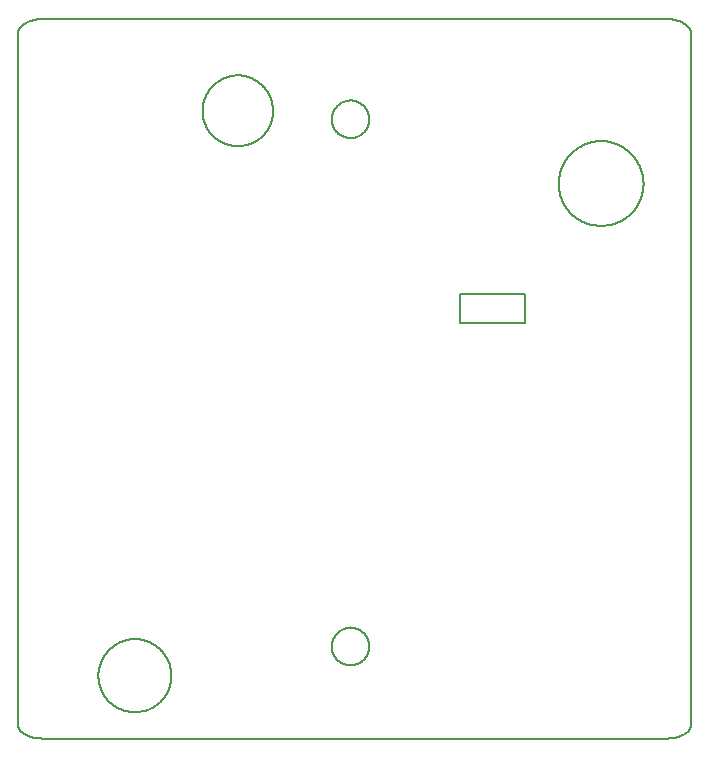
<source format=gm1>
G04 MADE WITH FRITZING*
G04 WWW.FRITZING.ORG*
G04 DOUBLE SIDED*
G04 HOLES PLATED*
G04 CONTOUR ON CENTER OF CONTOUR VECTOR*
%ASAXBY*%
%FSLAX23Y23*%
%MOIN*%
%OFA0B0*%
%SFA1.0B1.0*%
%ADD10C,0.005000*%
%ADD10C,0.008*%
%LNCONTOUR*%
G90*
G70*
G54D10*
G54D10*
X84Y2407D02*
X85Y2407D01*
X86Y2407D01*
X87Y2407D01*
X88Y2407D01*
X89Y2407D01*
X90Y2407D01*
X91Y2407D01*
X92Y2407D01*
X93Y2407D01*
X94Y2407D01*
X95Y2407D01*
X96Y2407D01*
X97Y2407D01*
X98Y2407D01*
X99Y2407D01*
X100Y2407D01*
X101Y2407D01*
X102Y2407D01*
X103Y2407D01*
X104Y2407D01*
X105Y2407D01*
X106Y2407D01*
X107Y2407D01*
X108Y2407D01*
X109Y2407D01*
X110Y2407D01*
X111Y2407D01*
X112Y2407D01*
X113Y2407D01*
X114Y2407D01*
X115Y2407D01*
X116Y2407D01*
X117Y2407D01*
X118Y2407D01*
X119Y2407D01*
X120Y2407D01*
X121Y2407D01*
X122Y2407D01*
X123Y2407D01*
X124Y2407D01*
X125Y2407D01*
X126Y2407D01*
X127Y2407D01*
X128Y2407D01*
X129Y2407D01*
X130Y2407D01*
X131Y2407D01*
X132Y2407D01*
X133Y2407D01*
X134Y2407D01*
X135Y2407D01*
X136Y2407D01*
X137Y2407D01*
X138Y2407D01*
X139Y2407D01*
X140Y2407D01*
X141Y2407D01*
X142Y2407D01*
X143Y2407D01*
X144Y2407D01*
X145Y2407D01*
X146Y2407D01*
X147Y2407D01*
X148Y2407D01*
X149Y2407D01*
X150Y2407D01*
X151Y2407D01*
X152Y2407D01*
X153Y2407D01*
X154Y2407D01*
X155Y2407D01*
X156Y2407D01*
X157Y2407D01*
X158Y2407D01*
X159Y2407D01*
X160Y2407D01*
X161Y2407D01*
X162Y2407D01*
X163Y2407D01*
X164Y2407D01*
X165Y2407D01*
X166Y2407D01*
X167Y2407D01*
X168Y2407D01*
X169Y2407D01*
X170Y2407D01*
X171Y2407D01*
X172Y2407D01*
X173Y2407D01*
X174Y2407D01*
X175Y2407D01*
X176Y2407D01*
X177Y2407D01*
X178Y2407D01*
X179Y2407D01*
X180Y2407D01*
X181Y2407D01*
X182Y2407D01*
X183Y2407D01*
X184Y2407D01*
X185Y2407D01*
X186Y2407D01*
X187Y2407D01*
X188Y2407D01*
X189Y2407D01*
X190Y2407D01*
X191Y2407D01*
X192Y2407D01*
X193Y2407D01*
X194Y2407D01*
X195Y2407D01*
X196Y2407D01*
X197Y2407D01*
X198Y2407D01*
X199Y2407D01*
X200Y2407D01*
X201Y2407D01*
X202Y2407D01*
X203Y2407D01*
X204Y2407D01*
X205Y2407D01*
X206Y2407D01*
X207Y2407D01*
X208Y2407D01*
X209Y2407D01*
X210Y2407D01*
X211Y2407D01*
X212Y2407D01*
X213Y2407D01*
X214Y2407D01*
X215Y2407D01*
X216Y2407D01*
X217Y2407D01*
X218Y2407D01*
X219Y2407D01*
X220Y2407D01*
X221Y2407D01*
X222Y2407D01*
X223Y2407D01*
X224Y2407D01*
X225Y2407D01*
X226Y2407D01*
X227Y2407D01*
X228Y2407D01*
X229Y2407D01*
X230Y2407D01*
X231Y2407D01*
X232Y2407D01*
X233Y2407D01*
X234Y2407D01*
X235Y2407D01*
X236Y2407D01*
X237Y2407D01*
X238Y2407D01*
X239Y2407D01*
X240Y2407D01*
X241Y2407D01*
X242Y2407D01*
X243Y2407D01*
X244Y2407D01*
X245Y2407D01*
X246Y2407D01*
X247Y2407D01*
X248Y2407D01*
X249Y2407D01*
X250Y2407D01*
X251Y2407D01*
X252Y2407D01*
X253Y2407D01*
X254Y2407D01*
X255Y2407D01*
X256Y2407D01*
X257Y2407D01*
X258Y2407D01*
X259Y2407D01*
X260Y2407D01*
X261Y2407D01*
X262Y2407D01*
X263Y2407D01*
X264Y2407D01*
X265Y2407D01*
X266Y2407D01*
X267Y2407D01*
X268Y2407D01*
X269Y2407D01*
X270Y2407D01*
X271Y2407D01*
X272Y2407D01*
X273Y2407D01*
X274Y2407D01*
X275Y2407D01*
X276Y2407D01*
X277Y2407D01*
X278Y2407D01*
X279Y2407D01*
X280Y2407D01*
X281Y2407D01*
X282Y2407D01*
X283Y2407D01*
X284Y2407D01*
X285Y2407D01*
X286Y2407D01*
X287Y2407D01*
X288Y2407D01*
X289Y2407D01*
X290Y2407D01*
X291Y2407D01*
X292Y2407D01*
X293Y2407D01*
X294Y2407D01*
X295Y2407D01*
X296Y2407D01*
X297Y2407D01*
X298Y2407D01*
X299Y2407D01*
X300Y2407D01*
X301Y2407D01*
X302Y2407D01*
X303Y2407D01*
X304Y2407D01*
X305Y2407D01*
X306Y2407D01*
X307Y2407D01*
X308Y2407D01*
X309Y2407D01*
X310Y2407D01*
X311Y2407D01*
X312Y2407D01*
X313Y2407D01*
X314Y2407D01*
X315Y2407D01*
X316Y2407D01*
X317Y2407D01*
X318Y2407D01*
X319Y2407D01*
X320Y2407D01*
X321Y2407D01*
X322Y2407D01*
X323Y2407D01*
X324Y2407D01*
X325Y2407D01*
X326Y2407D01*
X327Y2407D01*
X328Y2407D01*
X329Y2407D01*
X330Y2407D01*
X331Y2407D01*
X332Y2407D01*
X333Y2407D01*
X334Y2407D01*
X335Y2407D01*
X336Y2407D01*
X337Y2407D01*
X338Y2407D01*
X339Y2407D01*
X340Y2407D01*
X341Y2407D01*
X342Y2407D01*
X343Y2407D01*
X344Y2407D01*
X345Y2407D01*
X346Y2407D01*
X347Y2407D01*
X348Y2407D01*
X349Y2407D01*
X350Y2407D01*
X351Y2407D01*
X352Y2407D01*
X353Y2407D01*
X354Y2407D01*
X355Y2407D01*
X356Y2407D01*
X357Y2407D01*
X358Y2407D01*
X359Y2407D01*
X360Y2407D01*
X361Y2407D01*
X362Y2407D01*
X363Y2407D01*
X364Y2407D01*
X365Y2407D01*
X366Y2407D01*
X367Y2407D01*
X368Y2407D01*
X369Y2407D01*
X370Y2407D01*
X371Y2407D01*
X372Y2407D01*
X373Y2407D01*
X374Y2407D01*
X375Y2407D01*
X376Y2407D01*
X377Y2407D01*
X378Y2407D01*
X379Y2407D01*
X380Y2407D01*
X381Y2407D01*
X382Y2407D01*
X383Y2407D01*
X384Y2407D01*
X385Y2407D01*
X386Y2407D01*
X387Y2407D01*
X388Y2407D01*
X389Y2407D01*
X390Y2407D01*
X391Y2407D01*
X392Y2407D01*
X393Y2407D01*
X394Y2407D01*
X395Y2407D01*
X396Y2407D01*
X397Y2407D01*
X398Y2407D01*
X399Y2407D01*
X400Y2407D01*
X401Y2407D01*
X402Y2407D01*
X403Y2407D01*
X404Y2407D01*
X405Y2407D01*
X406Y2407D01*
X407Y2407D01*
X408Y2407D01*
X409Y2407D01*
X410Y2407D01*
X411Y2407D01*
X412Y2407D01*
X413Y2407D01*
X414Y2407D01*
X415Y2407D01*
X416Y2407D01*
X417Y2407D01*
X418Y2407D01*
X419Y2407D01*
X420Y2407D01*
X421Y2407D01*
X422Y2407D01*
X423Y2407D01*
X424Y2407D01*
X425Y2407D01*
X426Y2407D01*
X427Y2407D01*
X428Y2407D01*
X429Y2407D01*
X430Y2407D01*
X431Y2407D01*
X432Y2407D01*
X433Y2407D01*
X434Y2407D01*
X435Y2407D01*
X436Y2407D01*
X437Y2407D01*
X438Y2407D01*
X439Y2407D01*
X440Y2407D01*
X441Y2407D01*
X442Y2407D01*
X443Y2407D01*
X444Y2407D01*
X445Y2407D01*
X446Y2407D01*
X447Y2407D01*
X448Y2407D01*
X449Y2407D01*
X450Y2407D01*
X451Y2407D01*
X452Y2407D01*
X453Y2407D01*
X454Y2407D01*
X455Y2407D01*
X456Y2407D01*
X457Y2407D01*
X458Y2407D01*
X459Y2407D01*
X460Y2407D01*
X461Y2407D01*
X462Y2407D01*
X463Y2407D01*
X464Y2407D01*
X465Y2407D01*
X466Y2407D01*
X467Y2407D01*
X468Y2407D01*
X469Y2407D01*
X470Y2407D01*
X471Y2407D01*
X472Y2407D01*
X473Y2407D01*
X474Y2407D01*
X475Y2407D01*
X476Y2407D01*
X477Y2407D01*
X478Y2407D01*
X479Y2407D01*
X480Y2407D01*
X481Y2407D01*
X482Y2407D01*
X483Y2407D01*
X484Y2407D01*
X485Y2407D01*
X486Y2407D01*
X487Y2407D01*
X488Y2407D01*
X489Y2407D01*
X490Y2407D01*
X491Y2407D01*
X492Y2407D01*
X493Y2407D01*
X494Y2407D01*
X495Y2407D01*
X496Y2407D01*
X497Y2407D01*
X498Y2407D01*
X499Y2407D01*
X500Y2407D01*
X501Y2407D01*
X502Y2407D01*
X503Y2407D01*
X504Y2407D01*
X505Y2407D01*
X506Y2407D01*
X507Y2407D01*
X508Y2407D01*
X509Y2407D01*
X510Y2407D01*
X511Y2407D01*
X512Y2407D01*
X513Y2407D01*
X514Y2407D01*
X515Y2407D01*
X516Y2407D01*
X517Y2407D01*
X518Y2407D01*
X519Y2407D01*
X520Y2407D01*
X521Y2407D01*
X522Y2407D01*
X523Y2407D01*
X524Y2407D01*
X525Y2407D01*
X526Y2407D01*
X527Y2407D01*
X528Y2407D01*
X529Y2407D01*
X530Y2407D01*
X531Y2407D01*
X532Y2407D01*
X533Y2407D01*
X534Y2407D01*
X535Y2407D01*
X536Y2407D01*
X537Y2407D01*
X538Y2407D01*
X539Y2407D01*
X540Y2407D01*
X541Y2407D01*
X542Y2407D01*
X543Y2407D01*
X544Y2407D01*
X545Y2407D01*
X546Y2407D01*
X547Y2407D01*
X548Y2407D01*
X549Y2407D01*
X550Y2407D01*
X551Y2407D01*
X552Y2407D01*
X553Y2407D01*
X554Y2407D01*
X555Y2407D01*
X556Y2407D01*
X557Y2407D01*
X558Y2407D01*
X559Y2407D01*
X560Y2407D01*
X561Y2407D01*
X562Y2407D01*
X563Y2407D01*
X564Y2407D01*
X565Y2407D01*
X566Y2407D01*
X567Y2407D01*
X568Y2407D01*
X569Y2407D01*
X570Y2407D01*
X571Y2407D01*
X572Y2407D01*
X573Y2407D01*
X574Y2407D01*
X575Y2407D01*
X576Y2407D01*
X577Y2407D01*
X578Y2407D01*
X579Y2407D01*
X580Y2407D01*
X581Y2407D01*
X582Y2407D01*
X583Y2407D01*
X584Y2407D01*
X585Y2407D01*
X586Y2407D01*
X587Y2407D01*
X588Y2407D01*
X589Y2407D01*
X590Y2407D01*
X591Y2407D01*
X592Y2407D01*
X593Y2407D01*
X594Y2407D01*
X595Y2407D01*
X596Y2407D01*
X597Y2407D01*
X598Y2407D01*
X599Y2407D01*
X600Y2407D01*
X601Y2407D01*
X602Y2407D01*
X603Y2407D01*
X604Y2407D01*
X605Y2407D01*
X606Y2407D01*
X607Y2407D01*
X608Y2407D01*
X609Y2407D01*
X610Y2407D01*
X611Y2407D01*
X612Y2407D01*
X613Y2407D01*
X614Y2407D01*
X615Y2407D01*
X616Y2407D01*
X617Y2407D01*
X618Y2407D01*
X619Y2407D01*
X620Y2407D01*
X621Y2407D01*
X622Y2407D01*
X623Y2407D01*
X624Y2407D01*
X625Y2407D01*
X626Y2407D01*
X627Y2407D01*
X628Y2407D01*
X629Y2407D01*
X630Y2407D01*
X631Y2407D01*
X632Y2407D01*
X633Y2407D01*
X634Y2407D01*
X635Y2407D01*
X636Y2407D01*
X637Y2407D01*
X638Y2407D01*
X639Y2407D01*
X640Y2407D01*
X641Y2407D01*
X642Y2407D01*
X643Y2407D01*
X644Y2407D01*
X645Y2407D01*
X646Y2407D01*
X647Y2407D01*
X648Y2407D01*
X649Y2407D01*
X650Y2407D01*
X651Y2407D01*
X652Y2407D01*
X653Y2407D01*
X654Y2407D01*
X655Y2407D01*
X656Y2407D01*
X657Y2407D01*
X658Y2407D01*
X659Y2407D01*
X660Y2407D01*
X661Y2407D01*
X662Y2407D01*
X663Y2407D01*
X664Y2407D01*
X665Y2407D01*
X666Y2407D01*
X667Y2407D01*
X668Y2407D01*
X669Y2407D01*
X670Y2407D01*
X671Y2407D01*
X672Y2407D01*
X673Y2407D01*
X674Y2407D01*
X675Y2407D01*
X676Y2407D01*
X677Y2407D01*
X678Y2407D01*
X679Y2407D01*
X680Y2407D01*
X681Y2407D01*
X682Y2407D01*
X683Y2407D01*
X684Y2407D01*
X685Y2407D01*
X686Y2407D01*
X687Y2407D01*
X688Y2407D01*
X689Y2407D01*
X690Y2407D01*
X691Y2407D01*
X692Y2407D01*
X693Y2407D01*
X694Y2407D01*
X695Y2407D01*
X696Y2407D01*
X697Y2407D01*
X698Y2407D01*
X699Y2407D01*
X700Y2407D01*
X701Y2407D01*
X702Y2407D01*
X703Y2407D01*
X704Y2407D01*
X705Y2407D01*
X706Y2407D01*
X707Y2407D01*
X708Y2407D01*
X709Y2407D01*
X710Y2407D01*
X711Y2407D01*
X712Y2407D01*
X713Y2407D01*
X714Y2407D01*
X715Y2407D01*
X716Y2407D01*
X717Y2407D01*
X718Y2407D01*
X719Y2407D01*
X720Y2407D01*
X721Y2407D01*
X722Y2407D01*
X723Y2407D01*
X724Y2407D01*
X725Y2407D01*
X726Y2407D01*
X727Y2407D01*
X728Y2407D01*
X729Y2407D01*
X730Y2407D01*
X731Y2407D01*
X732Y2407D01*
X733Y2407D01*
X734Y2407D01*
X735Y2407D01*
X736Y2407D01*
X737Y2407D01*
X738Y2407D01*
X739Y2407D01*
X740Y2407D01*
X741Y2407D01*
X742Y2407D01*
X743Y2407D01*
X744Y2407D01*
X745Y2407D01*
X746Y2407D01*
X747Y2407D01*
X748Y2407D01*
X749Y2407D01*
X750Y2407D01*
X751Y2407D01*
X752Y2407D01*
X753Y2407D01*
X754Y2407D01*
X755Y2407D01*
X756Y2407D01*
X757Y2407D01*
X758Y2407D01*
X759Y2407D01*
X760Y2407D01*
X761Y2407D01*
X762Y2407D01*
X763Y2407D01*
X764Y2407D01*
X765Y2407D01*
X766Y2407D01*
X767Y2407D01*
X768Y2407D01*
X769Y2407D01*
X770Y2407D01*
X771Y2407D01*
X772Y2407D01*
X773Y2407D01*
X774Y2407D01*
X775Y2407D01*
X776Y2407D01*
X777Y2407D01*
X778Y2407D01*
X779Y2407D01*
X780Y2407D01*
X781Y2407D01*
X782Y2407D01*
X783Y2407D01*
X784Y2407D01*
X785Y2407D01*
X786Y2407D01*
X787Y2407D01*
X788Y2407D01*
X789Y2407D01*
X790Y2407D01*
X791Y2407D01*
X792Y2407D01*
X793Y2407D01*
X794Y2407D01*
X795Y2407D01*
X796Y2407D01*
X797Y2407D01*
X798Y2407D01*
X799Y2407D01*
X800Y2407D01*
X801Y2407D01*
X802Y2407D01*
X803Y2407D01*
X804Y2407D01*
X805Y2407D01*
X806Y2407D01*
X807Y2407D01*
X808Y2407D01*
X809Y2407D01*
X810Y2407D01*
X811Y2407D01*
X812Y2407D01*
X813Y2407D01*
X814Y2407D01*
X815Y2407D01*
X816Y2407D01*
X817Y2407D01*
X818Y2407D01*
X819Y2407D01*
X820Y2407D01*
X821Y2407D01*
X822Y2407D01*
X823Y2407D01*
X824Y2407D01*
X825Y2407D01*
X826Y2407D01*
X827Y2407D01*
X828Y2407D01*
X829Y2407D01*
X830Y2407D01*
X831Y2407D01*
X832Y2407D01*
X833Y2407D01*
X834Y2407D01*
X835Y2407D01*
X836Y2407D01*
X837Y2407D01*
X838Y2407D01*
X839Y2407D01*
X840Y2407D01*
X841Y2407D01*
X842Y2407D01*
X843Y2407D01*
X844Y2407D01*
X845Y2407D01*
X846Y2407D01*
X847Y2407D01*
X848Y2407D01*
X849Y2407D01*
X850Y2407D01*
X851Y2407D01*
X852Y2407D01*
X853Y2407D01*
X854Y2407D01*
X855Y2407D01*
X856Y2407D01*
X857Y2407D01*
X858Y2407D01*
X859Y2407D01*
X860Y2407D01*
X861Y2407D01*
X862Y2407D01*
X863Y2407D01*
X864Y2407D01*
X865Y2407D01*
X866Y2407D01*
X867Y2407D01*
X868Y2407D01*
X869Y2407D01*
X870Y2407D01*
X871Y2407D01*
X872Y2407D01*
X873Y2407D01*
X874Y2407D01*
X875Y2407D01*
X876Y2407D01*
X877Y2407D01*
X878Y2407D01*
X879Y2407D01*
X880Y2407D01*
X881Y2407D01*
X882Y2407D01*
X883Y2407D01*
X884Y2407D01*
X885Y2407D01*
X886Y2407D01*
X887Y2407D01*
X888Y2407D01*
X889Y2407D01*
X890Y2407D01*
X891Y2407D01*
X892Y2407D01*
X893Y2407D01*
X894Y2407D01*
X895Y2407D01*
X896Y2407D01*
X897Y2407D01*
X898Y2407D01*
X899Y2407D01*
X900Y2407D01*
X901Y2407D01*
X902Y2407D01*
X903Y2407D01*
X904Y2407D01*
X905Y2407D01*
X906Y2407D01*
X907Y2407D01*
X908Y2407D01*
X909Y2407D01*
X910Y2407D01*
X911Y2407D01*
X912Y2407D01*
X913Y2407D01*
X914Y2407D01*
X915Y2407D01*
X916Y2407D01*
X917Y2407D01*
X918Y2407D01*
X919Y2407D01*
X920Y2407D01*
X921Y2407D01*
X922Y2407D01*
X923Y2407D01*
X924Y2407D01*
X925Y2407D01*
X926Y2407D01*
X927Y2407D01*
X928Y2407D01*
X929Y2407D01*
X930Y2407D01*
X931Y2407D01*
X932Y2407D01*
X933Y2407D01*
X934Y2407D01*
X935Y2407D01*
X936Y2407D01*
X937Y2407D01*
X938Y2407D01*
X939Y2407D01*
X940Y2407D01*
X941Y2407D01*
X942Y2407D01*
X943Y2407D01*
X944Y2407D01*
X945Y2407D01*
X946Y2407D01*
X947Y2407D01*
X948Y2407D01*
X949Y2407D01*
X950Y2407D01*
X951Y2407D01*
X952Y2407D01*
X953Y2407D01*
X954Y2407D01*
X955Y2407D01*
X956Y2407D01*
X957Y2407D01*
X958Y2407D01*
X959Y2407D01*
X960Y2407D01*
X961Y2407D01*
X962Y2407D01*
X963Y2407D01*
X964Y2407D01*
X965Y2407D01*
X966Y2407D01*
X967Y2407D01*
X968Y2407D01*
X969Y2407D01*
X970Y2407D01*
X971Y2407D01*
X972Y2407D01*
X973Y2407D01*
X974Y2407D01*
X975Y2407D01*
X976Y2407D01*
X977Y2407D01*
X978Y2407D01*
X979Y2407D01*
X980Y2407D01*
X981Y2407D01*
X982Y2407D01*
X983Y2407D01*
X984Y2407D01*
X985Y2407D01*
X986Y2407D01*
X987Y2407D01*
X988Y2407D01*
X989Y2407D01*
X990Y2407D01*
X991Y2407D01*
X992Y2407D01*
X993Y2407D01*
X994Y2407D01*
X995Y2407D01*
X996Y2407D01*
X997Y2407D01*
X998Y2407D01*
X999Y2407D01*
X1000Y2407D01*
X1001Y2407D01*
X1002Y2407D01*
X1003Y2407D01*
X1004Y2407D01*
X1005Y2407D01*
X1006Y2407D01*
X1007Y2407D01*
X1008Y2407D01*
X1009Y2407D01*
X1010Y2407D01*
X1011Y2407D01*
X1012Y2407D01*
X1013Y2407D01*
X1014Y2407D01*
X1015Y2407D01*
X1016Y2407D01*
X1017Y2407D01*
X1018Y2407D01*
X1019Y2407D01*
X1020Y2407D01*
X1021Y2407D01*
X1022Y2407D01*
X1023Y2407D01*
X1024Y2407D01*
X1025Y2407D01*
X1026Y2407D01*
X1027Y2407D01*
X1028Y2407D01*
X1029Y2407D01*
X1030Y2407D01*
X1031Y2407D01*
X1032Y2407D01*
X1033Y2407D01*
X1034Y2407D01*
X1035Y2407D01*
X1036Y2407D01*
X1037Y2407D01*
X1038Y2407D01*
X1039Y2407D01*
X1040Y2407D01*
X1041Y2407D01*
X1042Y2407D01*
X1043Y2407D01*
X1044Y2407D01*
X1045Y2407D01*
X1046Y2407D01*
X1047Y2407D01*
X1048Y2407D01*
X1049Y2407D01*
X1050Y2407D01*
X1051Y2407D01*
X1052Y2407D01*
X1053Y2407D01*
X1054Y2407D01*
X1055Y2407D01*
X1056Y2407D01*
X1057Y2407D01*
X1058Y2407D01*
X1059Y2407D01*
X1060Y2407D01*
X1061Y2407D01*
X1062Y2407D01*
X1063Y2407D01*
X1064Y2407D01*
X1065Y2407D01*
X1066Y2407D01*
X1067Y2407D01*
X1068Y2407D01*
X1069Y2407D01*
X1070Y2407D01*
X1071Y2407D01*
X1072Y2407D01*
X1073Y2407D01*
X1074Y2407D01*
X1075Y2407D01*
X1076Y2407D01*
X1077Y2407D01*
X1078Y2407D01*
X1079Y2407D01*
X1080Y2407D01*
X1081Y2407D01*
X1082Y2407D01*
X1083Y2407D01*
X1084Y2407D01*
X1085Y2407D01*
X1086Y2407D01*
X1087Y2407D01*
X1088Y2407D01*
X1089Y2407D01*
X1090Y2407D01*
X1091Y2407D01*
X1092Y2407D01*
X1093Y2407D01*
X1094Y2407D01*
X1095Y2407D01*
X1096Y2407D01*
X1097Y2407D01*
X1098Y2407D01*
X1099Y2407D01*
X1100Y2407D01*
X1101Y2407D01*
X1102Y2407D01*
X1103Y2407D01*
X1104Y2407D01*
X1105Y2407D01*
X1106Y2407D01*
X1107Y2407D01*
X1108Y2407D01*
X1109Y2407D01*
X1110Y2407D01*
X1111Y2407D01*
X1112Y2407D01*
X1113Y2407D01*
X1114Y2407D01*
X1115Y2407D01*
X1116Y2407D01*
X1117Y2407D01*
X1118Y2407D01*
X1119Y2407D01*
X1120Y2407D01*
X1121Y2407D01*
X1122Y2407D01*
X1123Y2407D01*
X1124Y2407D01*
X1125Y2407D01*
X1126Y2407D01*
X1127Y2407D01*
X1128Y2407D01*
X1129Y2407D01*
X1130Y2407D01*
X1131Y2407D01*
X1132Y2407D01*
X1133Y2407D01*
X1134Y2407D01*
X1135Y2407D01*
X1136Y2407D01*
X1137Y2407D01*
X1138Y2407D01*
X1139Y2407D01*
X1140Y2407D01*
X1141Y2407D01*
X1142Y2407D01*
X1143Y2407D01*
X1144Y2407D01*
X1145Y2407D01*
X1146Y2407D01*
X1147Y2407D01*
X1148Y2407D01*
X1149Y2407D01*
X1150Y2407D01*
X1151Y2407D01*
X1152Y2407D01*
X1153Y2407D01*
X1154Y2407D01*
X1155Y2407D01*
X1156Y2407D01*
X1157Y2407D01*
X1158Y2407D01*
X1159Y2407D01*
X1160Y2407D01*
X1161Y2407D01*
X1162Y2407D01*
X1163Y2407D01*
X1164Y2407D01*
X1165Y2407D01*
X1166Y2407D01*
X1167Y2407D01*
X1168Y2407D01*
X1169Y2407D01*
X1170Y2407D01*
X1171Y2407D01*
X1172Y2407D01*
X1173Y2407D01*
X1174Y2407D01*
X1175Y2407D01*
X1176Y2407D01*
X1177Y2407D01*
X1178Y2407D01*
X1179Y2407D01*
X1180Y2407D01*
X1181Y2407D01*
X1182Y2407D01*
X1183Y2407D01*
X1184Y2407D01*
X1185Y2407D01*
X1186Y2407D01*
X1187Y2407D01*
X1188Y2407D01*
X1189Y2407D01*
X1190Y2407D01*
X1191Y2407D01*
X1192Y2407D01*
X1193Y2407D01*
X1194Y2407D01*
X1195Y2407D01*
X1196Y2407D01*
X1197Y2407D01*
X1198Y2407D01*
X1199Y2407D01*
X1200Y2407D01*
X1201Y2407D01*
X1202Y2407D01*
X1203Y2407D01*
X1204Y2407D01*
X1205Y2407D01*
X1206Y2407D01*
X1207Y2407D01*
X1208Y2407D01*
X1209Y2407D01*
X1210Y2407D01*
X1211Y2407D01*
X1212Y2407D01*
X1213Y2407D01*
X1214Y2407D01*
X1215Y2407D01*
X1216Y2407D01*
X1217Y2407D01*
X1218Y2407D01*
X1219Y2407D01*
X1220Y2407D01*
X1221Y2407D01*
X1222Y2407D01*
X1223Y2407D01*
X1224Y2407D01*
X1225Y2407D01*
X1226Y2407D01*
X1227Y2407D01*
X1228Y2407D01*
X1229Y2407D01*
X1230Y2407D01*
X1231Y2407D01*
X1232Y2407D01*
X1233Y2407D01*
X1234Y2407D01*
X1235Y2407D01*
X1236Y2407D01*
X1237Y2407D01*
X1238Y2407D01*
X1239Y2407D01*
X1240Y2407D01*
X1241Y2407D01*
X1242Y2407D01*
X1243Y2407D01*
X1244Y2407D01*
X1245Y2407D01*
X1246Y2407D01*
X1247Y2407D01*
X1248Y2407D01*
X1249Y2407D01*
X1250Y2407D01*
X1251Y2407D01*
X1252Y2407D01*
X1253Y2407D01*
X1254Y2407D01*
X1255Y2407D01*
X1256Y2407D01*
X1257Y2407D01*
X1258Y2407D01*
X1259Y2407D01*
X1260Y2407D01*
X1261Y2407D01*
X1262Y2407D01*
X1263Y2407D01*
X1264Y2407D01*
X1265Y2407D01*
X1266Y2407D01*
X1267Y2407D01*
X1268Y2407D01*
X1269Y2407D01*
X1270Y2407D01*
X1271Y2407D01*
X1272Y2407D01*
X1273Y2407D01*
X1274Y2407D01*
X1275Y2407D01*
X1276Y2407D01*
X1277Y2407D01*
X1278Y2407D01*
X1279Y2407D01*
X1280Y2407D01*
X1281Y2407D01*
X1282Y2407D01*
X1283Y2407D01*
X1284Y2407D01*
X1285Y2407D01*
X1286Y2407D01*
X1287Y2407D01*
X1288Y2407D01*
X1289Y2407D01*
X1290Y2407D01*
X1291Y2407D01*
X1292Y2407D01*
X1293Y2407D01*
X1294Y2407D01*
X1295Y2407D01*
X1296Y2407D01*
X1297Y2407D01*
X1298Y2407D01*
X1299Y2407D01*
X1300Y2407D01*
X1301Y2407D01*
X1302Y2407D01*
X1303Y2407D01*
X1304Y2407D01*
X1305Y2407D01*
X1306Y2407D01*
X1307Y2407D01*
X1308Y2407D01*
X1309Y2407D01*
X1310Y2407D01*
X1311Y2407D01*
X1312Y2407D01*
X1313Y2407D01*
X1314Y2407D01*
X1315Y2407D01*
X1316Y2407D01*
X1317Y2407D01*
X1318Y2407D01*
X1319Y2407D01*
X1320Y2407D01*
X1321Y2407D01*
X1322Y2407D01*
X1323Y2407D01*
X1324Y2407D01*
X1325Y2407D01*
X1326Y2407D01*
X1327Y2407D01*
X1328Y2407D01*
X1329Y2407D01*
X1330Y2407D01*
X1331Y2407D01*
X1332Y2407D01*
X1333Y2407D01*
X1334Y2407D01*
X1335Y2407D01*
X1336Y2407D01*
X1337Y2407D01*
X1338Y2407D01*
X1339Y2407D01*
X1340Y2407D01*
X1341Y2407D01*
X1342Y2407D01*
X1343Y2407D01*
X1344Y2407D01*
X1345Y2407D01*
X1346Y2407D01*
X1347Y2407D01*
X1348Y2407D01*
X1349Y2407D01*
X1350Y2407D01*
X1351Y2407D01*
X1352Y2407D01*
X1353Y2407D01*
X1354Y2407D01*
X1355Y2407D01*
X1356Y2407D01*
X1357Y2407D01*
X1358Y2407D01*
X1359Y2407D01*
X1360Y2407D01*
X1361Y2407D01*
X1362Y2407D01*
X1363Y2407D01*
X1364Y2407D01*
X1365Y2407D01*
X1366Y2407D01*
X1367Y2407D01*
X1368Y2407D01*
X1369Y2407D01*
X1370Y2407D01*
X1371Y2407D01*
X1372Y2407D01*
X1373Y2407D01*
X1374Y2407D01*
X1375Y2407D01*
X1376Y2407D01*
X1377Y2407D01*
X1378Y2407D01*
X1379Y2407D01*
X1380Y2407D01*
X1381Y2407D01*
X1382Y2407D01*
X1383Y2407D01*
X1384Y2407D01*
X1385Y2407D01*
X1386Y2407D01*
X1387Y2407D01*
X1388Y2407D01*
X1389Y2407D01*
X1390Y2407D01*
X1391Y2407D01*
X1392Y2407D01*
X1393Y2407D01*
X1394Y2407D01*
X1395Y2407D01*
X1396Y2407D01*
X1397Y2407D01*
X1398Y2407D01*
X1399Y2407D01*
X1400Y2407D01*
X1401Y2407D01*
X1402Y2407D01*
X1403Y2407D01*
X1404Y2407D01*
X1405Y2407D01*
X1406Y2407D01*
X1407Y2407D01*
X1408Y2407D01*
X1409Y2407D01*
X1410Y2407D01*
X1411Y2407D01*
X1412Y2407D01*
X1413Y2407D01*
X1414Y2407D01*
X1415Y2407D01*
X1416Y2407D01*
X1417Y2407D01*
X1418Y2407D01*
X1419Y2407D01*
X1420Y2407D01*
X1421Y2407D01*
X1422Y2407D01*
X1423Y2407D01*
X1424Y2407D01*
X1425Y2407D01*
X1426Y2407D01*
X1427Y2407D01*
X1428Y2407D01*
X1429Y2407D01*
X1430Y2407D01*
X1431Y2407D01*
X1432Y2407D01*
X1433Y2407D01*
X1434Y2407D01*
X1435Y2407D01*
X1436Y2407D01*
X1437Y2407D01*
X1438Y2407D01*
X1439Y2407D01*
X1440Y2407D01*
X1441Y2407D01*
X1442Y2407D01*
X1443Y2407D01*
X1444Y2407D01*
X1445Y2407D01*
X1446Y2407D01*
X1447Y2407D01*
X1448Y2407D01*
X1449Y2407D01*
X1450Y2407D01*
X1451Y2407D01*
X1452Y2407D01*
X1453Y2407D01*
X1454Y2407D01*
X1455Y2407D01*
X1456Y2407D01*
X1457Y2407D01*
X1458Y2407D01*
X1459Y2407D01*
X1460Y2407D01*
X1461Y2407D01*
X1462Y2407D01*
X1463Y2407D01*
X1464Y2407D01*
X1465Y2407D01*
X1466Y2407D01*
X1467Y2407D01*
X1468Y2407D01*
X1469Y2407D01*
X1470Y2407D01*
X1471Y2407D01*
X1472Y2407D01*
X1473Y2407D01*
X1474Y2407D01*
X1475Y2407D01*
X1476Y2407D01*
X1477Y2407D01*
X1478Y2407D01*
X1479Y2407D01*
X1480Y2407D01*
X1481Y2407D01*
X1482Y2407D01*
X1483Y2407D01*
X1484Y2407D01*
X1485Y2407D01*
X1486Y2407D01*
X1487Y2407D01*
X1488Y2407D01*
X1489Y2407D01*
X1490Y2407D01*
X1491Y2407D01*
X1492Y2407D01*
X1493Y2407D01*
X1494Y2407D01*
X1495Y2407D01*
X1496Y2407D01*
X1497Y2407D01*
X1498Y2407D01*
X1499Y2407D01*
X1500Y2407D01*
X1501Y2407D01*
X1502Y2407D01*
X1503Y2407D01*
X1504Y2407D01*
X1505Y2407D01*
X1506Y2407D01*
X1507Y2407D01*
X1508Y2407D01*
X1509Y2407D01*
X1510Y2407D01*
X1511Y2407D01*
X1512Y2407D01*
X1513Y2407D01*
X1514Y2407D01*
X1515Y2407D01*
X1516Y2407D01*
X1517Y2407D01*
X1518Y2407D01*
X1519Y2407D01*
X1520Y2407D01*
X1521Y2407D01*
X1522Y2407D01*
X1523Y2407D01*
X1524Y2407D01*
X1525Y2407D01*
X1526Y2407D01*
X1527Y2407D01*
X1528Y2407D01*
X1529Y2407D01*
X1530Y2407D01*
X1531Y2407D01*
X1532Y2407D01*
X1533Y2407D01*
X1534Y2407D01*
X1535Y2407D01*
X1536Y2407D01*
X1537Y2407D01*
X1538Y2407D01*
X1539Y2407D01*
X1540Y2407D01*
X1541Y2407D01*
X1542Y2407D01*
X1543Y2407D01*
X1544Y2407D01*
X1545Y2407D01*
X1546Y2407D01*
X1547Y2407D01*
X1548Y2407D01*
X1549Y2407D01*
X1550Y2407D01*
X1551Y2407D01*
X1552Y2407D01*
X1553Y2407D01*
X1554Y2407D01*
X1555Y2407D01*
X1556Y2407D01*
X1557Y2407D01*
X1558Y2407D01*
X1559Y2407D01*
X1560Y2407D01*
X1561Y2407D01*
X1562Y2407D01*
X1563Y2407D01*
X1564Y2407D01*
X1565Y2407D01*
X1566Y2407D01*
X1567Y2407D01*
X1568Y2407D01*
X1569Y2407D01*
X1570Y2407D01*
X1571Y2407D01*
X1572Y2407D01*
X1573Y2407D01*
X1574Y2407D01*
X1575Y2407D01*
X1576Y2407D01*
X1577Y2407D01*
X1578Y2407D01*
X1579Y2407D01*
X1580Y2407D01*
X1581Y2407D01*
X1582Y2407D01*
X1583Y2407D01*
X1584Y2407D01*
X1585Y2407D01*
X1586Y2407D01*
X1587Y2407D01*
X1588Y2407D01*
X1589Y2407D01*
X1590Y2407D01*
X1591Y2407D01*
X1592Y2407D01*
X1593Y2407D01*
X1594Y2407D01*
X1595Y2407D01*
X1596Y2407D01*
X1597Y2407D01*
X1598Y2407D01*
X1599Y2407D01*
X1600Y2407D01*
X1601Y2407D01*
X1602Y2407D01*
X1603Y2407D01*
X1604Y2407D01*
X1605Y2407D01*
X1606Y2407D01*
X1607Y2407D01*
X1608Y2407D01*
X1609Y2407D01*
X1610Y2407D01*
X1611Y2407D01*
X1612Y2407D01*
X1613Y2407D01*
X1614Y2407D01*
X1615Y2407D01*
X1616Y2407D01*
X1617Y2407D01*
X1618Y2407D01*
X1619Y2407D01*
X1620Y2407D01*
X1621Y2407D01*
X1622Y2407D01*
X1623Y2407D01*
X1624Y2407D01*
X1625Y2407D01*
X1626Y2407D01*
X1627Y2407D01*
X1628Y2407D01*
X1629Y2407D01*
X1630Y2407D01*
X1631Y2407D01*
X1632Y2407D01*
X1633Y2407D01*
X1634Y2407D01*
X1635Y2407D01*
X1636Y2407D01*
X1637Y2407D01*
X1638Y2407D01*
X1639Y2407D01*
X1640Y2407D01*
X1641Y2407D01*
X1642Y2407D01*
X1643Y2407D01*
X1644Y2407D01*
X1645Y2407D01*
X1646Y2407D01*
X1647Y2407D01*
X1648Y2407D01*
X1649Y2407D01*
X1650Y2407D01*
X1651Y2407D01*
X1652Y2407D01*
X1653Y2407D01*
X1654Y2407D01*
X1655Y2407D01*
X1656Y2407D01*
X1657Y2407D01*
X1658Y2407D01*
X1659Y2407D01*
X1660Y2407D01*
X1661Y2407D01*
X1662Y2407D01*
X1663Y2407D01*
X1664Y2407D01*
X1665Y2407D01*
X1666Y2407D01*
X1667Y2407D01*
X1668Y2407D01*
X1669Y2407D01*
X1670Y2407D01*
X1671Y2407D01*
X1672Y2407D01*
X1673Y2407D01*
X1674Y2407D01*
X1675Y2407D01*
X1676Y2407D01*
X1677Y2407D01*
X1678Y2407D01*
X1679Y2407D01*
X1680Y2407D01*
X1681Y2407D01*
X1682Y2407D01*
X1683Y2407D01*
X1684Y2407D01*
X1685Y2407D01*
X1686Y2407D01*
X1687Y2407D01*
X1688Y2407D01*
X1689Y2407D01*
X1690Y2407D01*
X1691Y2407D01*
X1692Y2407D01*
X1693Y2407D01*
X1694Y2407D01*
X1695Y2407D01*
X1696Y2407D01*
X1697Y2407D01*
X1698Y2407D01*
X1699Y2407D01*
X1700Y2407D01*
X1701Y2407D01*
X1702Y2407D01*
X1703Y2407D01*
X1704Y2407D01*
X1705Y2407D01*
X1706Y2407D01*
X1707Y2407D01*
X1708Y2407D01*
X1709Y2407D01*
X1710Y2407D01*
X1711Y2407D01*
X1712Y2407D01*
X1713Y2407D01*
X1714Y2407D01*
X1715Y2407D01*
X1716Y2407D01*
X1717Y2407D01*
X1718Y2407D01*
X1719Y2407D01*
X1720Y2407D01*
X1721Y2407D01*
X1722Y2407D01*
X1723Y2407D01*
X1724Y2407D01*
X1725Y2407D01*
X1726Y2407D01*
X1727Y2407D01*
X1728Y2407D01*
X1729Y2407D01*
X1730Y2407D01*
X1731Y2407D01*
X1732Y2407D01*
X1733Y2407D01*
X1734Y2407D01*
X1735Y2407D01*
X1736Y2407D01*
X1737Y2407D01*
X1738Y2407D01*
X1739Y2407D01*
X1740Y2407D01*
X1741Y2407D01*
X1742Y2407D01*
X1743Y2407D01*
X1744Y2407D01*
X1745Y2407D01*
X1746Y2407D01*
X1747Y2407D01*
X1748Y2407D01*
X1749Y2407D01*
X1750Y2407D01*
X1751Y2407D01*
X1752Y2407D01*
X1753Y2407D01*
X1754Y2407D01*
X1755Y2407D01*
X1756Y2407D01*
X1757Y2407D01*
X1758Y2407D01*
X1759Y2407D01*
X1760Y2407D01*
X1761Y2407D01*
X1762Y2407D01*
X1763Y2407D01*
X1764Y2407D01*
X1765Y2407D01*
X1766Y2407D01*
X1767Y2407D01*
X1768Y2407D01*
X1769Y2407D01*
X1770Y2407D01*
X1771Y2407D01*
X1772Y2407D01*
X1773Y2407D01*
X1774Y2407D01*
X1775Y2407D01*
X1776Y2407D01*
X1777Y2407D01*
X1778Y2407D01*
X1779Y2407D01*
X1780Y2407D01*
X1781Y2407D01*
X1782Y2407D01*
X1783Y2407D01*
X1784Y2407D01*
X1785Y2407D01*
X1786Y2407D01*
X1787Y2407D01*
X1788Y2407D01*
X1789Y2407D01*
X1790Y2407D01*
X1791Y2407D01*
X1792Y2407D01*
X1793Y2407D01*
X1794Y2407D01*
X1795Y2407D01*
X1796Y2407D01*
X1797Y2407D01*
X1798Y2407D01*
X1799Y2407D01*
X1800Y2407D01*
X1801Y2407D01*
X1802Y2407D01*
X1803Y2407D01*
X1804Y2407D01*
X1805Y2407D01*
X1806Y2407D01*
X1807Y2407D01*
X1808Y2407D01*
X1809Y2407D01*
X1810Y2407D01*
X1811Y2407D01*
X1812Y2407D01*
X1813Y2407D01*
X1814Y2407D01*
X1815Y2407D01*
X1816Y2407D01*
X1817Y2407D01*
X1818Y2407D01*
X1819Y2407D01*
X1820Y2407D01*
X1821Y2407D01*
X1822Y2407D01*
X1823Y2407D01*
X1824Y2407D01*
X1825Y2407D01*
X1826Y2407D01*
X1827Y2407D01*
X1828Y2407D01*
X1829Y2407D01*
X1830Y2407D01*
X1831Y2407D01*
X1832Y2407D01*
X1833Y2407D01*
X1834Y2407D01*
X1835Y2407D01*
X1836Y2407D01*
X1837Y2407D01*
X1838Y2407D01*
X1839Y2407D01*
X1840Y2407D01*
X1841Y2407D01*
X1842Y2407D01*
X1843Y2407D01*
X1844Y2407D01*
X1845Y2407D01*
X1846Y2407D01*
X1847Y2407D01*
X1848Y2407D01*
X1849Y2407D01*
X1850Y2407D01*
X1851Y2407D01*
X1852Y2407D01*
X1853Y2407D01*
X1854Y2407D01*
X1855Y2407D01*
X1856Y2407D01*
X1857Y2407D01*
X1858Y2407D01*
X1859Y2407D01*
X1860Y2407D01*
X1861Y2407D01*
X1862Y2407D01*
X1863Y2407D01*
X1864Y2407D01*
X1865Y2407D01*
X1866Y2407D01*
X1867Y2407D01*
X1868Y2407D01*
X1869Y2407D01*
X1870Y2407D01*
X1871Y2407D01*
X1872Y2407D01*
X1873Y2407D01*
X1874Y2407D01*
X1875Y2407D01*
X1876Y2407D01*
X1877Y2407D01*
X1878Y2407D01*
X1879Y2407D01*
X1880Y2407D01*
X1881Y2407D01*
X1882Y2407D01*
X1883Y2407D01*
X1884Y2407D01*
X1885Y2407D01*
X1886Y2407D01*
X1887Y2407D01*
X1888Y2407D01*
X1889Y2407D01*
X1890Y2407D01*
X1891Y2407D01*
X1892Y2407D01*
X1893Y2407D01*
X1894Y2407D01*
X1895Y2407D01*
X1896Y2407D01*
X1897Y2407D01*
X1898Y2407D01*
X1899Y2407D01*
X1900Y2407D01*
X1901Y2407D01*
X1902Y2407D01*
X1903Y2407D01*
X1904Y2407D01*
X1905Y2407D01*
X1906Y2407D01*
X1907Y2407D01*
X1908Y2407D01*
X1909Y2407D01*
X1910Y2407D01*
X1911Y2407D01*
X1912Y2407D01*
X1913Y2407D01*
X1914Y2407D01*
X1915Y2407D01*
X1916Y2407D01*
X1917Y2407D01*
X1918Y2407D01*
X1919Y2407D01*
X1920Y2407D01*
X1921Y2407D01*
X1922Y2407D01*
X1923Y2407D01*
X1924Y2407D01*
X1925Y2407D01*
X1926Y2407D01*
X1927Y2407D01*
X1928Y2407D01*
X1929Y2407D01*
X1930Y2407D01*
X1931Y2407D01*
X1932Y2407D01*
X1933Y2407D01*
X1934Y2407D01*
X1935Y2407D01*
X1936Y2407D01*
X1937Y2407D01*
X1938Y2407D01*
X1939Y2407D01*
X1940Y2407D01*
X1941Y2407D01*
X1942Y2407D01*
X1943Y2407D01*
X1944Y2407D01*
X1945Y2407D01*
X1946Y2407D01*
X1947Y2407D01*
X1948Y2407D01*
X1949Y2407D01*
X1950Y2407D01*
X1951Y2407D01*
X1952Y2407D01*
X1953Y2407D01*
X1954Y2407D01*
X1955Y2407D01*
X1956Y2407D01*
X1957Y2407D01*
X1958Y2407D01*
X1959Y2407D01*
X1960Y2407D01*
X1961Y2407D01*
X1962Y2407D01*
X1963Y2407D01*
X1964Y2407D01*
X1965Y2407D01*
X1966Y2407D01*
X1967Y2407D01*
X1968Y2407D01*
X1969Y2407D01*
X1970Y2407D01*
X1971Y2407D01*
X1972Y2407D01*
X1973Y2407D01*
X1974Y2407D01*
X1975Y2407D01*
X1976Y2407D01*
X1977Y2407D01*
X1978Y2407D01*
X1979Y2407D01*
X1980Y2407D01*
X1981Y2407D01*
X1982Y2407D01*
X1983Y2407D01*
X1984Y2407D01*
X1985Y2407D01*
X1986Y2407D01*
X1987Y2407D01*
X1988Y2407D01*
X1989Y2407D01*
X1990Y2407D01*
X1991Y2407D01*
X1992Y2407D01*
X1993Y2407D01*
X1994Y2407D01*
X1995Y2407D01*
X1996Y2407D01*
X1997Y2407D01*
X1998Y2407D01*
X1999Y2407D01*
X2000Y2407D01*
X2001Y2407D01*
X2002Y2407D01*
X2003Y2407D01*
X2004Y2407D01*
X2005Y2407D01*
X2006Y2407D01*
X2007Y2407D01*
X2008Y2407D01*
X2009Y2407D01*
X2010Y2407D01*
X2011Y2407D01*
X2012Y2407D01*
X2013Y2407D01*
X2014Y2407D01*
X2015Y2407D01*
X2016Y2407D01*
X2017Y2407D01*
X2018Y2407D01*
X2019Y2407D01*
X2020Y2407D01*
X2021Y2407D01*
X2022Y2407D01*
X2023Y2407D01*
X2024Y2407D01*
X2025Y2407D01*
X2026Y2407D01*
X2027Y2407D01*
X2028Y2407D01*
X2029Y2407D01*
X2030Y2407D01*
X2031Y2407D01*
X2032Y2407D01*
X2033Y2407D01*
X2034Y2407D01*
X2035Y2407D01*
X2036Y2407D01*
X2037Y2407D01*
X2038Y2407D01*
X2039Y2407D01*
X2040Y2407D01*
X2041Y2407D01*
X2042Y2407D01*
X2043Y2407D01*
X2044Y2407D01*
X2045Y2407D01*
X2046Y2407D01*
X2047Y2407D01*
X2048Y2407D01*
X2049Y2407D01*
X2050Y2407D01*
X2051Y2407D01*
X2052Y2407D01*
X2053Y2407D01*
X2054Y2407D01*
X2055Y2407D01*
X2056Y2407D01*
X2057Y2407D01*
X2058Y2407D01*
X2059Y2407D01*
X2060Y2407D01*
X2061Y2407D01*
X2062Y2407D01*
X2063Y2407D01*
X2064Y2407D01*
X2065Y2407D01*
X2066Y2407D01*
X2067Y2407D01*
X2068Y2407D01*
X2069Y2407D01*
X2070Y2407D01*
X2071Y2407D01*
X2072Y2407D01*
X2073Y2407D01*
X2074Y2407D01*
X2075Y2407D01*
X2076Y2407D01*
X2077Y2407D01*
X2078Y2407D01*
X2079Y2407D01*
X2080Y2407D01*
X2081Y2407D01*
X2082Y2407D01*
X2083Y2407D01*
X2084Y2407D01*
X2085Y2407D01*
X2086Y2407D01*
X2087Y2407D01*
X2088Y2407D01*
X2089Y2407D01*
X2090Y2407D01*
X2091Y2407D01*
X2092Y2407D01*
X2093Y2407D01*
X2094Y2407D01*
X2095Y2407D01*
X2096Y2407D01*
X2097Y2407D01*
X2098Y2407D01*
X2099Y2407D01*
X2100Y2407D01*
X2101Y2407D01*
X2102Y2407D01*
X2103Y2407D01*
X2104Y2407D01*
X2105Y2407D01*
X2106Y2407D01*
X2107Y2407D01*
X2108Y2407D01*
X2109Y2407D01*
X2110Y2407D01*
X2111Y2407D01*
X2112Y2407D01*
X2113Y2407D01*
X2114Y2407D01*
X2115Y2407D01*
X2116Y2407D01*
X2117Y2407D01*
X2118Y2407D01*
X2119Y2407D01*
X2120Y2407D01*
X2121Y2407D01*
X2122Y2407D01*
X2123Y2407D01*
X2124Y2407D01*
X2125Y2407D01*
X2126Y2407D01*
X2127Y2407D01*
X2128Y2407D01*
X2129Y2407D01*
X2130Y2407D01*
X2131Y2407D01*
X2132Y2407D01*
X2133Y2407D01*
X2134Y2407D01*
X2135Y2407D01*
X2136Y2407D01*
X2137Y2407D01*
X2138Y2407D01*
X2139Y2407D01*
X2140Y2407D01*
X2141Y2407D01*
X2142Y2407D01*
X2143Y2407D01*
X2144Y2407D01*
X2145Y2407D01*
X2146Y2407D01*
X2147Y2407D01*
X2148Y2407D01*
X2149Y2407D01*
X2150Y2407D01*
X2151Y2407D01*
X2152Y2407D01*
X2153Y2407D01*
X2154Y2407D01*
X2155Y2407D01*
X2156Y2407D01*
X2157Y2407D01*
X2158Y2407D01*
X2159Y2407D01*
X2160Y2407D01*
X2161Y2407D01*
X2162Y2407D01*
X2163Y2407D01*
X2164Y2407D01*
X2165Y2407D01*
X2166Y2407D01*
X2167Y2407D01*
X2168Y2407D01*
X2169Y2407D01*
X2170Y2406D01*
X2171Y2406D01*
X2172Y2406D01*
X2173Y2406D01*
X2174Y2406D01*
X2175Y2406D01*
X2176Y2406D01*
X2177Y2406D01*
X2178Y2406D01*
X2179Y2406D01*
X2180Y2406D01*
X2181Y2405D01*
X2182Y2405D01*
X2183Y2405D01*
X2184Y2405D01*
X2185Y2405D01*
X2186Y2405D01*
X2187Y2405D01*
X2188Y2404D01*
X2189Y2404D01*
X2190Y2404D01*
X2191Y2404D01*
X2192Y2404D01*
X2193Y2403D01*
X2194Y2403D01*
X2195Y2403D01*
X2196Y2403D01*
X2197Y2403D01*
X2198Y2402D01*
X2199Y2402D01*
X2200Y2402D01*
X2201Y2402D01*
X2202Y2401D01*
X2203Y2401D01*
X2204Y2401D01*
X2205Y2400D01*
X2206Y2400D01*
X2207Y2400D01*
X2208Y2399D01*
X2209Y2399D01*
X2210Y2399D01*
X2211Y2398D01*
X2212Y2398D01*
X2213Y2398D01*
X2214Y2397D01*
X2215Y2397D01*
X2216Y2396D01*
X2217Y2396D01*
X2218Y2395D01*
X2219Y2395D01*
X2220Y2394D01*
X2221Y2394D01*
X2222Y2393D01*
X2223Y2393D01*
X2224Y2392D01*
X2225Y2392D01*
X2226Y2391D01*
X2227Y2391D01*
X2228Y2390D01*
X2229Y2389D01*
X2230Y2389D01*
X2231Y2388D01*
X2232Y2387D01*
X2233Y2387D01*
X2234Y2386D01*
X2235Y2385D01*
X2236Y2384D01*
X2237Y2383D01*
X2238Y2382D01*
X2239Y2381D01*
X2240Y2380D01*
X2241Y2379D01*
X2242Y2378D01*
X2242Y2377D01*
X2243Y2376D01*
X2244Y2375D01*
X2244Y2374D01*
X2245Y2373D01*
X2245Y2372D01*
X2246Y2371D01*
X2246Y2369D01*
X2247Y2368D01*
X2247Y2365D01*
X2248Y2364D01*
X2248Y50D01*
X2247Y49D01*
X2247Y46D01*
X2246Y45D01*
X2246Y43D01*
X2245Y42D01*
X2245Y41D01*
X2244Y40D01*
X2244Y39D01*
X2243Y38D01*
X2242Y37D01*
X2242Y36D01*
X2241Y35D01*
X2240Y34D01*
X2239Y33D01*
X2238Y32D01*
X2237Y31D01*
X2236Y30D01*
X2235Y29D01*
X2234Y28D01*
X2233Y27D01*
X2232Y27D01*
X2231Y26D01*
X2230Y25D01*
X2229Y25D01*
X2228Y24D01*
X2227Y23D01*
X2226Y23D01*
X2225Y22D01*
X2224Y22D01*
X2223Y21D01*
X2222Y21D01*
X2221Y20D01*
X2220Y20D01*
X2219Y19D01*
X2218Y19D01*
X2217Y18D01*
X2216Y18D01*
X2215Y17D01*
X2214Y17D01*
X2213Y16D01*
X2212Y16D01*
X2211Y16D01*
X2210Y15D01*
X2209Y15D01*
X2208Y15D01*
X2207Y14D01*
X2206Y14D01*
X2205Y14D01*
X2204Y13D01*
X2203Y13D01*
X2202Y13D01*
X2201Y12D01*
X2200Y12D01*
X2199Y12D01*
X2198Y12D01*
X2197Y11D01*
X2196Y11D01*
X2195Y11D01*
X2194Y11D01*
X2193Y11D01*
X2192Y10D01*
X2191Y10D01*
X2190Y10D01*
X2189Y10D01*
X2188Y10D01*
X2187Y9D01*
X2186Y9D01*
X2185Y9D01*
X2184Y9D01*
X2183Y9D01*
X2182Y9D01*
X2181Y9D01*
X2180Y8D01*
X2179Y8D01*
X2178Y8D01*
X2177Y8D01*
X2176Y8D01*
X2175Y8D01*
X2174Y8D01*
X2173Y8D01*
X2172Y8D01*
X2171Y8D01*
X2170Y7D01*
X2169Y7D01*
X2168Y7D01*
X2167Y7D01*
X2166Y7D01*
X2165Y7D01*
X2164Y7D01*
X2163Y7D01*
X2162Y7D01*
X2161Y7D01*
X2160Y7D01*
X2159Y7D01*
X2158Y7D01*
X2157Y7D01*
X2156Y7D01*
X2155Y7D01*
X2154Y7D01*
X2153Y7D01*
X2152Y7D01*
X2151Y7D01*
X2150Y7D01*
X2149Y7D01*
X2148Y7D01*
X2147Y7D01*
X2146Y7D01*
X2145Y7D01*
X2144Y7D01*
X2143Y7D01*
X2142Y7D01*
X2141Y7D01*
X2140Y7D01*
X2139Y7D01*
X2138Y7D01*
X2137Y7D01*
X2136Y7D01*
X2135Y7D01*
X2134Y7D01*
X2133Y7D01*
X2132Y7D01*
X2131Y7D01*
X2130Y7D01*
X2129Y7D01*
X2128Y7D01*
X2127Y7D01*
X2126Y7D01*
X2125Y7D01*
X2124Y7D01*
X2123Y7D01*
X2122Y7D01*
X2121Y7D01*
X2120Y7D01*
X2119Y7D01*
X2118Y7D01*
X2117Y7D01*
X2116Y7D01*
X2115Y7D01*
X2114Y7D01*
X2113Y7D01*
X2112Y7D01*
X2111Y7D01*
X2110Y7D01*
X2109Y7D01*
X2108Y7D01*
X2107Y7D01*
X2106Y7D01*
X2105Y7D01*
X2104Y7D01*
X2103Y7D01*
X2102Y7D01*
X2101Y7D01*
X2100Y7D01*
X2099Y7D01*
X2098Y7D01*
X2097Y7D01*
X2096Y7D01*
X2095Y7D01*
X2094Y7D01*
X2093Y7D01*
X2092Y7D01*
X2091Y7D01*
X2090Y7D01*
X2089Y7D01*
X2088Y7D01*
X2087Y7D01*
X2086Y7D01*
X2085Y7D01*
X2084Y7D01*
X2083Y7D01*
X2082Y7D01*
X2081Y7D01*
X2080Y7D01*
X2079Y7D01*
X2078Y7D01*
X2077Y7D01*
X2076Y7D01*
X2075Y7D01*
X2074Y7D01*
X2073Y7D01*
X2072Y7D01*
X2071Y7D01*
X2070Y7D01*
X2069Y7D01*
X2068Y7D01*
X2067Y7D01*
X2066Y7D01*
X2065Y7D01*
X2064Y7D01*
X2063Y7D01*
X2062Y7D01*
X2061Y7D01*
X2060Y7D01*
X2059Y7D01*
X2058Y7D01*
X2057Y7D01*
X2056Y7D01*
X2055Y7D01*
X2054Y7D01*
X2053Y7D01*
X2052Y7D01*
X2051Y7D01*
X2050Y7D01*
X2049Y7D01*
X2048Y7D01*
X2047Y7D01*
X2046Y7D01*
X2045Y7D01*
X2044Y7D01*
X2043Y7D01*
X2042Y7D01*
X2041Y7D01*
X2040Y7D01*
X2039Y7D01*
X2038Y7D01*
X2037Y7D01*
X2036Y7D01*
X2035Y7D01*
X2034Y7D01*
X2033Y7D01*
X2032Y7D01*
X2031Y7D01*
X2030Y7D01*
X2029Y7D01*
X2028Y7D01*
X2027Y7D01*
X2026Y7D01*
X2025Y7D01*
X2024Y7D01*
X2023Y7D01*
X2022Y7D01*
X2021Y7D01*
X2020Y7D01*
X2019Y7D01*
X2018Y7D01*
X2017Y7D01*
X2016Y7D01*
X2015Y7D01*
X2014Y7D01*
X2013Y7D01*
X2012Y7D01*
X2011Y7D01*
X2010Y7D01*
X2009Y7D01*
X2008Y7D01*
X2007Y7D01*
X2006Y7D01*
X2005Y7D01*
X2004Y7D01*
X2003Y7D01*
X2002Y7D01*
X2001Y7D01*
X2000Y7D01*
X1999Y7D01*
X1998Y7D01*
X1997Y7D01*
X1996Y7D01*
X1995Y7D01*
X1994Y7D01*
X1993Y7D01*
X1992Y7D01*
X1991Y7D01*
X1990Y7D01*
X1989Y7D01*
X1988Y7D01*
X1987Y7D01*
X1986Y7D01*
X1985Y7D01*
X1984Y7D01*
X1983Y7D01*
X1982Y7D01*
X1981Y7D01*
X1980Y7D01*
X1979Y7D01*
X1978Y7D01*
X1977Y7D01*
X1976Y7D01*
X1975Y7D01*
X1974Y7D01*
X1973Y7D01*
X1972Y7D01*
X1971Y7D01*
X1970Y7D01*
X1969Y7D01*
X1968Y7D01*
X1967Y7D01*
X1966Y7D01*
X1965Y7D01*
X1964Y7D01*
X1963Y7D01*
X1962Y7D01*
X1961Y7D01*
X1960Y7D01*
X1959Y7D01*
X1958Y7D01*
X1957Y7D01*
X1956Y7D01*
X1955Y7D01*
X1954Y7D01*
X1953Y7D01*
X1952Y7D01*
X1951Y7D01*
X1950Y7D01*
X1949Y7D01*
X1948Y7D01*
X1947Y7D01*
X1946Y7D01*
X1945Y7D01*
X1944Y7D01*
X1943Y7D01*
X1942Y7D01*
X1941Y7D01*
X1940Y7D01*
X1939Y7D01*
X1938Y7D01*
X1937Y7D01*
X1936Y7D01*
X1935Y7D01*
X1934Y7D01*
X1933Y7D01*
X1932Y7D01*
X1931Y7D01*
X1930Y7D01*
X1929Y7D01*
X1928Y7D01*
X1927Y7D01*
X1926Y7D01*
X1925Y7D01*
X1924Y7D01*
X1923Y7D01*
X1922Y7D01*
X1921Y7D01*
X1920Y7D01*
X1919Y7D01*
X1918Y7D01*
X1917Y7D01*
X1916Y7D01*
X1915Y7D01*
X1914Y7D01*
X1913Y7D01*
X1912Y7D01*
X1911Y7D01*
X1910Y7D01*
X1909Y7D01*
X1908Y7D01*
X1907Y7D01*
X1906Y7D01*
X1905Y7D01*
X1904Y7D01*
X1903Y7D01*
X1902Y7D01*
X1901Y7D01*
X1900Y7D01*
X1899Y7D01*
X1898Y7D01*
X1897Y7D01*
X1896Y7D01*
X1895Y7D01*
X1894Y7D01*
X1893Y7D01*
X1892Y7D01*
X1891Y7D01*
X1890Y7D01*
X1889Y7D01*
X1888Y7D01*
X1887Y7D01*
X1886Y7D01*
X1885Y7D01*
X1884Y7D01*
X1883Y7D01*
X1882Y7D01*
X1881Y7D01*
X1880Y7D01*
X1879Y7D01*
X1878Y7D01*
X1877Y7D01*
X1876Y7D01*
X1875Y7D01*
X1874Y7D01*
X1873Y7D01*
X1872Y7D01*
X1871Y7D01*
X1870Y7D01*
X1869Y7D01*
X1868Y7D01*
X1867Y7D01*
X1866Y7D01*
X1865Y7D01*
X1864Y7D01*
X1863Y7D01*
X1862Y7D01*
X1861Y7D01*
X1860Y7D01*
X1859Y7D01*
X1858Y7D01*
X1857Y7D01*
X1856Y7D01*
X1855Y7D01*
X1854Y7D01*
X1853Y7D01*
X1852Y7D01*
X1851Y7D01*
X1850Y7D01*
X1849Y7D01*
X1848Y7D01*
X1847Y7D01*
X1846Y7D01*
X1845Y7D01*
X1844Y7D01*
X1843Y7D01*
X1842Y7D01*
X1841Y7D01*
X1840Y7D01*
X1839Y7D01*
X1838Y7D01*
X1837Y7D01*
X1836Y7D01*
X1835Y7D01*
X1834Y7D01*
X1833Y7D01*
X1832Y7D01*
X1831Y7D01*
X1830Y7D01*
X1829Y7D01*
X1828Y7D01*
X1827Y7D01*
X1826Y7D01*
X1825Y7D01*
X1824Y7D01*
X1823Y7D01*
X1822Y7D01*
X1821Y7D01*
X1820Y7D01*
X1819Y7D01*
X1818Y7D01*
X1817Y7D01*
X1816Y7D01*
X1815Y7D01*
X1814Y7D01*
X1813Y7D01*
X1812Y7D01*
X1811Y7D01*
X1810Y7D01*
X1809Y7D01*
X1808Y7D01*
X1807Y7D01*
X1806Y7D01*
X1805Y7D01*
X1804Y7D01*
X1803Y7D01*
X1802Y7D01*
X1801Y7D01*
X1800Y7D01*
X1799Y7D01*
X1798Y7D01*
X1797Y7D01*
X1796Y7D01*
X1795Y7D01*
X1794Y7D01*
X1793Y7D01*
X1792Y7D01*
X1791Y7D01*
X1790Y7D01*
X1789Y7D01*
X1788Y7D01*
X1787Y7D01*
X1786Y7D01*
X1785Y7D01*
X1784Y7D01*
X1783Y7D01*
X1782Y7D01*
X1781Y7D01*
X1780Y7D01*
X1779Y7D01*
X1778Y7D01*
X1777Y7D01*
X1776Y7D01*
X1775Y7D01*
X1774Y7D01*
X1773Y7D01*
X1772Y7D01*
X1771Y7D01*
X1770Y7D01*
X1769Y7D01*
X1768Y7D01*
X1767Y7D01*
X1766Y7D01*
X1765Y7D01*
X1764Y7D01*
X1763Y7D01*
X1762Y7D01*
X1761Y7D01*
X1760Y7D01*
X1759Y7D01*
X1758Y7D01*
X1757Y7D01*
X1756Y7D01*
X1755Y7D01*
X1754Y7D01*
X1753Y7D01*
X1752Y7D01*
X1751Y7D01*
X1750Y7D01*
X1749Y7D01*
X1748Y7D01*
X1747Y7D01*
X1746Y7D01*
X1745Y7D01*
X1744Y7D01*
X1743Y7D01*
X1742Y7D01*
X1741Y7D01*
X1740Y7D01*
X1739Y7D01*
X1738Y7D01*
X1737Y7D01*
X1736Y7D01*
X1735Y7D01*
X1734Y7D01*
X1733Y7D01*
X1732Y7D01*
X1731Y7D01*
X1730Y7D01*
X1729Y7D01*
X1728Y7D01*
X1727Y7D01*
X1726Y7D01*
X1725Y7D01*
X1724Y7D01*
X1723Y7D01*
X1722Y7D01*
X1721Y7D01*
X1720Y7D01*
X1719Y7D01*
X1718Y7D01*
X1717Y7D01*
X1716Y7D01*
X1715Y7D01*
X1714Y7D01*
X1713Y7D01*
X1712Y7D01*
X1711Y7D01*
X1710Y7D01*
X1709Y7D01*
X1708Y7D01*
X1707Y7D01*
X1706Y7D01*
X1705Y7D01*
X1704Y7D01*
X1703Y7D01*
X1702Y7D01*
X1701Y7D01*
X1700Y7D01*
X1699Y7D01*
X1698Y7D01*
X1697Y7D01*
X1696Y7D01*
X1695Y7D01*
X1694Y7D01*
X1693Y7D01*
X1692Y7D01*
X1691Y7D01*
X1690Y7D01*
X1689Y7D01*
X1688Y7D01*
X1687Y7D01*
X1686Y7D01*
X1685Y7D01*
X1684Y7D01*
X1683Y7D01*
X1682Y7D01*
X1681Y7D01*
X1680Y7D01*
X1679Y7D01*
X1678Y7D01*
X1677Y7D01*
X1676Y7D01*
X1675Y7D01*
X1674Y7D01*
X1673Y7D01*
X1672Y7D01*
X1671Y7D01*
X1670Y7D01*
X1669Y7D01*
X1668Y7D01*
X1667Y7D01*
X1666Y7D01*
X1665Y7D01*
X1664Y7D01*
X1663Y7D01*
X1662Y7D01*
X1661Y7D01*
X1660Y7D01*
X1659Y7D01*
X1658Y7D01*
X1657Y7D01*
X1656Y7D01*
X1655Y7D01*
X1654Y7D01*
X1653Y7D01*
X1652Y7D01*
X1651Y7D01*
X1650Y7D01*
X1649Y7D01*
X1648Y7D01*
X1647Y7D01*
X1646Y7D01*
X1645Y7D01*
X1644Y7D01*
X1643Y7D01*
X1642Y7D01*
X1641Y7D01*
X1640Y7D01*
X1639Y7D01*
X1638Y7D01*
X1637Y7D01*
X1636Y7D01*
X1635Y7D01*
X1634Y7D01*
X1633Y7D01*
X1632Y7D01*
X1631Y7D01*
X1630Y7D01*
X1629Y7D01*
X1628Y7D01*
X1627Y7D01*
X1626Y7D01*
X1625Y7D01*
X1624Y7D01*
X1623Y7D01*
X1622Y7D01*
X1621Y7D01*
X1620Y7D01*
X1619Y7D01*
X1618Y7D01*
X1617Y7D01*
X1616Y7D01*
X1615Y7D01*
X1614Y7D01*
X1613Y7D01*
X1612Y7D01*
X1611Y7D01*
X1610Y7D01*
X1609Y7D01*
X1608Y7D01*
X1607Y7D01*
X1606Y7D01*
X1605Y7D01*
X1604Y7D01*
X1603Y7D01*
X1602Y7D01*
X1601Y7D01*
X1600Y7D01*
X1599Y7D01*
X1598Y7D01*
X1597Y7D01*
X1596Y7D01*
X1595Y7D01*
X1594Y7D01*
X1593Y7D01*
X1592Y7D01*
X1591Y7D01*
X1590Y7D01*
X1589Y7D01*
X1588Y7D01*
X1587Y7D01*
X1586Y7D01*
X1585Y7D01*
X1584Y7D01*
X1583Y7D01*
X1582Y7D01*
X1581Y7D01*
X1580Y7D01*
X1579Y7D01*
X1578Y7D01*
X1577Y7D01*
X1576Y7D01*
X1575Y7D01*
X1574Y7D01*
X1573Y7D01*
X1572Y7D01*
X1571Y7D01*
X1570Y7D01*
X1569Y7D01*
X1568Y7D01*
X1567Y7D01*
X1566Y7D01*
X1565Y7D01*
X1564Y7D01*
X1563Y7D01*
X1562Y7D01*
X1561Y7D01*
X1560Y7D01*
X1559Y7D01*
X1558Y7D01*
X1557Y7D01*
X1556Y7D01*
X1555Y7D01*
X1554Y7D01*
X1553Y7D01*
X1552Y7D01*
X1551Y7D01*
X1550Y7D01*
X1549Y7D01*
X1548Y7D01*
X1547Y7D01*
X1546Y7D01*
X1545Y7D01*
X1544Y7D01*
X1543Y7D01*
X1542Y7D01*
X1541Y7D01*
X1540Y7D01*
X1539Y7D01*
X1538Y7D01*
X1537Y7D01*
X1536Y7D01*
X1535Y7D01*
X1534Y7D01*
X1533Y7D01*
X1532Y7D01*
X1531Y7D01*
X1530Y7D01*
X1529Y7D01*
X1528Y7D01*
X1527Y7D01*
X1526Y7D01*
X1525Y7D01*
X1524Y7D01*
X1523Y7D01*
X1522Y7D01*
X1521Y7D01*
X1520Y7D01*
X1519Y7D01*
X1518Y7D01*
X1517Y7D01*
X1516Y7D01*
X1515Y7D01*
X1514Y7D01*
X1513Y7D01*
X1512Y7D01*
X1511Y7D01*
X1510Y7D01*
X1509Y7D01*
X1508Y7D01*
X1507Y7D01*
X1506Y7D01*
X1505Y7D01*
X1504Y7D01*
X1503Y7D01*
X1502Y7D01*
X1501Y7D01*
X1500Y7D01*
X1499Y7D01*
X1498Y7D01*
X1497Y7D01*
X1496Y7D01*
X1495Y7D01*
X1494Y7D01*
X1493Y7D01*
X1492Y7D01*
X1491Y7D01*
X1490Y7D01*
X1489Y7D01*
X1488Y7D01*
X1487Y7D01*
X1486Y7D01*
X1485Y7D01*
X1484Y7D01*
X1483Y7D01*
X1482Y7D01*
X1481Y7D01*
X1480Y7D01*
X1479Y7D01*
X1478Y7D01*
X1477Y7D01*
X1476Y7D01*
X1475Y7D01*
X1474Y7D01*
X1473Y7D01*
X1472Y7D01*
X1471Y7D01*
X1470Y7D01*
X1469Y7D01*
X1468Y7D01*
X1467Y7D01*
X1466Y7D01*
X1465Y7D01*
X1464Y7D01*
X1463Y7D01*
X1462Y7D01*
X1461Y7D01*
X1460Y7D01*
X1459Y7D01*
X1458Y7D01*
X1457Y7D01*
X1456Y7D01*
X1455Y7D01*
X1454Y7D01*
X1453Y7D01*
X1452Y7D01*
X1451Y7D01*
X1450Y7D01*
X1449Y7D01*
X1448Y7D01*
X1447Y7D01*
X1446Y7D01*
X1445Y7D01*
X1444Y7D01*
X1443Y7D01*
X1442Y7D01*
X1441Y7D01*
X1440Y7D01*
X1439Y7D01*
X1438Y7D01*
X1437Y7D01*
X1436Y7D01*
X1435Y7D01*
X1434Y7D01*
X1433Y7D01*
X1432Y7D01*
X1431Y7D01*
X1430Y7D01*
X1429Y7D01*
X1428Y7D01*
X1427Y7D01*
X1426Y7D01*
X1425Y7D01*
X1424Y7D01*
X1423Y7D01*
X1422Y7D01*
X1421Y7D01*
X1420Y7D01*
X1419Y7D01*
X1418Y7D01*
X1417Y7D01*
X1416Y7D01*
X1415Y7D01*
X1414Y7D01*
X1413Y7D01*
X1412Y7D01*
X1411Y7D01*
X1410Y7D01*
X1409Y7D01*
X1408Y7D01*
X1407Y7D01*
X1406Y7D01*
X1405Y7D01*
X1404Y7D01*
X1403Y7D01*
X1402Y7D01*
X1401Y7D01*
X1400Y7D01*
X1399Y7D01*
X1398Y7D01*
X1397Y7D01*
X1396Y7D01*
X1395Y7D01*
X1394Y7D01*
X1393Y7D01*
X1392Y7D01*
X1391Y7D01*
X1390Y7D01*
X1389Y7D01*
X1388Y7D01*
X1387Y7D01*
X1386Y7D01*
X1385Y7D01*
X1384Y7D01*
X1383Y7D01*
X1382Y7D01*
X1381Y7D01*
X1380Y7D01*
X1379Y7D01*
X1378Y7D01*
X1377Y7D01*
X1376Y7D01*
X1375Y7D01*
X1374Y7D01*
X1373Y7D01*
X1372Y7D01*
X1371Y7D01*
X1370Y7D01*
X1369Y7D01*
X1368Y7D01*
X1367Y7D01*
X1366Y7D01*
X1365Y7D01*
X1364Y7D01*
X1363Y7D01*
X1362Y7D01*
X1361Y7D01*
X1360Y7D01*
X1359Y7D01*
X1358Y7D01*
X1357Y7D01*
X1356Y7D01*
X1355Y7D01*
X1354Y7D01*
X1353Y7D01*
X1352Y7D01*
X1351Y7D01*
X1350Y7D01*
X1349Y7D01*
X1348Y7D01*
X1347Y7D01*
X1346Y7D01*
X1345Y7D01*
X1344Y7D01*
X1343Y7D01*
X1342Y7D01*
X1341Y7D01*
X1340Y7D01*
X1339Y7D01*
X1338Y7D01*
X1337Y7D01*
X1336Y7D01*
X1335Y7D01*
X1334Y7D01*
X1333Y7D01*
X1332Y7D01*
X1331Y7D01*
X1330Y7D01*
X1329Y7D01*
X1328Y7D01*
X1327Y7D01*
X1326Y7D01*
X1325Y7D01*
X1324Y7D01*
X1323Y7D01*
X1322Y7D01*
X1321Y7D01*
X1320Y7D01*
X1319Y7D01*
X1318Y7D01*
X1317Y7D01*
X1316Y7D01*
X1315Y7D01*
X1314Y7D01*
X1313Y7D01*
X1312Y7D01*
X1311Y7D01*
X1310Y7D01*
X1309Y7D01*
X1308Y7D01*
X1307Y7D01*
X1306Y7D01*
X1305Y7D01*
X1304Y7D01*
X1303Y7D01*
X1302Y7D01*
X1301Y7D01*
X1300Y7D01*
X1299Y7D01*
X1298Y7D01*
X1297Y7D01*
X1296Y7D01*
X1295Y7D01*
X1294Y7D01*
X1293Y7D01*
X1292Y7D01*
X1291Y7D01*
X1290Y7D01*
X1289Y7D01*
X1288Y7D01*
X1287Y7D01*
X1286Y7D01*
X1285Y7D01*
X1284Y7D01*
X1283Y7D01*
X1282Y7D01*
X1281Y7D01*
X1280Y7D01*
X1279Y7D01*
X1278Y7D01*
X1277Y7D01*
X1276Y7D01*
X1275Y7D01*
X1274Y7D01*
X1273Y7D01*
X1272Y7D01*
X1271Y7D01*
X1270Y7D01*
X1269Y7D01*
X1268Y7D01*
X1267Y7D01*
X1266Y7D01*
X1265Y7D01*
X1264Y7D01*
X1263Y7D01*
X1262Y7D01*
X1261Y7D01*
X1260Y7D01*
X1259Y7D01*
X1258Y7D01*
X1257Y7D01*
X1256Y7D01*
X1255Y7D01*
X1254Y7D01*
X1253Y7D01*
X1252Y7D01*
X1251Y7D01*
X1250Y7D01*
X1249Y7D01*
X1248Y7D01*
X1247Y7D01*
X1246Y7D01*
X1245Y7D01*
X1244Y7D01*
X1243Y7D01*
X1242Y7D01*
X1241Y7D01*
X1240Y7D01*
X1239Y7D01*
X1238Y7D01*
X1237Y7D01*
X1236Y7D01*
X1235Y7D01*
X1234Y7D01*
X1233Y7D01*
X1232Y7D01*
X1231Y7D01*
X1230Y7D01*
X1229Y7D01*
X1228Y7D01*
X1227Y7D01*
X1226Y7D01*
X1225Y7D01*
X1224Y7D01*
X1223Y7D01*
X1222Y7D01*
X1221Y7D01*
X1220Y7D01*
X1219Y7D01*
X1218Y7D01*
X1217Y7D01*
X1216Y7D01*
X1215Y7D01*
X1214Y7D01*
X1213Y7D01*
X1212Y7D01*
X1211Y7D01*
X1210Y7D01*
X1209Y7D01*
X1208Y7D01*
X1207Y7D01*
X1206Y7D01*
X1205Y7D01*
X1204Y7D01*
X1203Y7D01*
X1202Y7D01*
X1201Y7D01*
X1200Y7D01*
X1199Y7D01*
X1198Y7D01*
X1197Y7D01*
X1196Y7D01*
X1195Y7D01*
X1194Y7D01*
X1193Y7D01*
X1192Y7D01*
X1191Y7D01*
X1190Y7D01*
X1189Y7D01*
X1188Y7D01*
X1187Y7D01*
X1186Y7D01*
X1185Y7D01*
X1184Y7D01*
X1183Y7D01*
X1182Y7D01*
X1181Y7D01*
X1180Y7D01*
X1179Y7D01*
X1178Y7D01*
X1177Y7D01*
X1176Y7D01*
X1175Y7D01*
X1174Y7D01*
X1173Y7D01*
X1172Y7D01*
X1171Y7D01*
X1170Y7D01*
X1169Y7D01*
X1168Y7D01*
X1167Y7D01*
X1166Y7D01*
X1165Y7D01*
X1164Y7D01*
X1163Y7D01*
X1162Y7D01*
X1161Y7D01*
X1160Y7D01*
X1159Y7D01*
X1158Y7D01*
X1157Y7D01*
X1156Y7D01*
X1155Y7D01*
X1154Y7D01*
X1153Y7D01*
X1152Y7D01*
X1151Y7D01*
X1150Y7D01*
X1149Y7D01*
X1148Y7D01*
X1147Y7D01*
X1146Y7D01*
X1145Y7D01*
X1144Y7D01*
X1143Y7D01*
X1142Y7D01*
X1141Y7D01*
X1140Y7D01*
X1139Y7D01*
X1138Y7D01*
X1137Y7D01*
X1136Y7D01*
X1135Y7D01*
X1134Y7D01*
X1133Y7D01*
X1132Y7D01*
X1131Y7D01*
X1130Y7D01*
X1129Y7D01*
X1128Y7D01*
X1127Y7D01*
X1126Y7D01*
X1125Y7D01*
X1124Y7D01*
X1123Y7D01*
X1122Y7D01*
X1121Y7D01*
X1120Y7D01*
X1119Y7D01*
X1118Y7D01*
X1117Y7D01*
X1116Y7D01*
X1115Y7D01*
X1114Y7D01*
X1113Y7D01*
X1112Y7D01*
X1111Y7D01*
X1110Y7D01*
X1109Y7D01*
X1108Y7D01*
X1107Y7D01*
X1106Y7D01*
X1105Y7D01*
X1104Y7D01*
X1103Y7D01*
X1102Y7D01*
X1101Y7D01*
X1100Y7D01*
X1099Y7D01*
X1098Y7D01*
X1097Y7D01*
X1096Y7D01*
X1095Y7D01*
X1094Y7D01*
X1093Y7D01*
X1092Y7D01*
X1091Y7D01*
X1090Y7D01*
X1089Y7D01*
X1088Y7D01*
X1087Y7D01*
X1086Y7D01*
X1085Y7D01*
X1084Y7D01*
X1083Y7D01*
X1082Y7D01*
X1081Y7D01*
X1080Y7D01*
X1079Y7D01*
X1078Y7D01*
X1077Y7D01*
X1076Y7D01*
X1075Y7D01*
X1074Y7D01*
X1073Y7D01*
X1072Y7D01*
X1071Y7D01*
X1070Y7D01*
X1069Y7D01*
X1068Y7D01*
X1067Y7D01*
X1066Y7D01*
X1065Y7D01*
X1064Y7D01*
X1063Y7D01*
X1062Y7D01*
X1061Y7D01*
X1060Y7D01*
X1059Y7D01*
X1058Y7D01*
X1057Y7D01*
X1056Y7D01*
X1055Y7D01*
X1054Y7D01*
X1053Y7D01*
X1052Y7D01*
X1051Y7D01*
X1050Y7D01*
X1049Y7D01*
X1048Y7D01*
X1047Y7D01*
X1046Y7D01*
X1045Y7D01*
X1044Y7D01*
X1043Y7D01*
X1042Y7D01*
X1041Y7D01*
X1040Y7D01*
X1039Y7D01*
X1038Y7D01*
X1037Y7D01*
X1036Y7D01*
X1035Y7D01*
X1034Y7D01*
X1033Y7D01*
X1032Y7D01*
X1031Y7D01*
X1030Y7D01*
X1029Y7D01*
X1028Y7D01*
X1027Y7D01*
X1026Y7D01*
X1025Y7D01*
X1024Y7D01*
X1023Y7D01*
X1022Y7D01*
X1021Y7D01*
X1020Y7D01*
X1019Y7D01*
X1018Y7D01*
X1017Y7D01*
X1016Y7D01*
X1015Y7D01*
X1014Y7D01*
X1013Y7D01*
X1012Y7D01*
X1011Y7D01*
X1010Y7D01*
X1009Y7D01*
X1008Y7D01*
X1007Y7D01*
X1006Y7D01*
X1005Y7D01*
X1004Y7D01*
X1003Y7D01*
X1002Y7D01*
X1001Y7D01*
X1000Y7D01*
X999Y7D01*
X998Y7D01*
X997Y7D01*
X996Y7D01*
X995Y7D01*
X994Y7D01*
X993Y7D01*
X992Y7D01*
X991Y7D01*
X990Y7D01*
X989Y7D01*
X988Y7D01*
X987Y7D01*
X986Y7D01*
X985Y7D01*
X984Y7D01*
X983Y7D01*
X982Y7D01*
X981Y7D01*
X980Y7D01*
X979Y7D01*
X978Y7D01*
X977Y7D01*
X976Y7D01*
X975Y7D01*
X974Y7D01*
X973Y7D01*
X972Y7D01*
X971Y7D01*
X970Y7D01*
X969Y7D01*
X968Y7D01*
X967Y7D01*
X966Y7D01*
X965Y7D01*
X964Y7D01*
X963Y7D01*
X962Y7D01*
X961Y7D01*
X960Y7D01*
X959Y7D01*
X958Y7D01*
X957Y7D01*
X956Y7D01*
X955Y7D01*
X954Y7D01*
X953Y7D01*
X952Y7D01*
X951Y7D01*
X950Y7D01*
X949Y7D01*
X948Y7D01*
X947Y7D01*
X946Y7D01*
X945Y7D01*
X944Y7D01*
X943Y7D01*
X942Y7D01*
X941Y7D01*
X940Y7D01*
X939Y7D01*
X938Y7D01*
X937Y7D01*
X936Y7D01*
X935Y7D01*
X934Y7D01*
X933Y7D01*
X932Y7D01*
X931Y7D01*
X930Y7D01*
X929Y7D01*
X928Y7D01*
X927Y7D01*
X926Y7D01*
X925Y7D01*
X924Y7D01*
X923Y7D01*
X922Y7D01*
X921Y7D01*
X920Y7D01*
X919Y7D01*
X918Y7D01*
X917Y7D01*
X916Y7D01*
X915Y7D01*
X914Y7D01*
X913Y7D01*
X912Y7D01*
X911Y7D01*
X910Y7D01*
X909Y7D01*
X908Y7D01*
X907Y7D01*
X906Y7D01*
X905Y7D01*
X904Y7D01*
X903Y7D01*
X902Y7D01*
X901Y7D01*
X900Y7D01*
X899Y7D01*
X898Y7D01*
X897Y7D01*
X896Y7D01*
X895Y7D01*
X894Y7D01*
X893Y7D01*
X892Y7D01*
X891Y7D01*
X890Y7D01*
X889Y7D01*
X888Y7D01*
X887Y7D01*
X886Y7D01*
X885Y7D01*
X884Y7D01*
X883Y7D01*
X882Y7D01*
X881Y7D01*
X880Y7D01*
X879Y7D01*
X878Y7D01*
X877Y7D01*
X876Y7D01*
X875Y7D01*
X874Y7D01*
X873Y7D01*
X872Y7D01*
X871Y7D01*
X870Y7D01*
X869Y7D01*
X868Y7D01*
X867Y7D01*
X866Y7D01*
X865Y7D01*
X864Y7D01*
X863Y7D01*
X862Y7D01*
X861Y7D01*
X860Y7D01*
X859Y7D01*
X858Y7D01*
X857Y7D01*
X856Y7D01*
X855Y7D01*
X854Y7D01*
X853Y7D01*
X852Y7D01*
X851Y7D01*
X850Y7D01*
X849Y7D01*
X848Y7D01*
X847Y7D01*
X846Y7D01*
X845Y7D01*
X844Y7D01*
X843Y7D01*
X842Y7D01*
X841Y7D01*
X840Y7D01*
X839Y7D01*
X838Y7D01*
X837Y7D01*
X836Y7D01*
X835Y7D01*
X834Y7D01*
X833Y7D01*
X832Y7D01*
X831Y7D01*
X830Y7D01*
X829Y7D01*
X828Y7D01*
X827Y7D01*
X826Y7D01*
X825Y7D01*
X824Y7D01*
X823Y7D01*
X822Y7D01*
X821Y7D01*
X820Y7D01*
X819Y7D01*
X818Y7D01*
X817Y7D01*
X816Y7D01*
X815Y7D01*
X814Y7D01*
X813Y7D01*
X812Y7D01*
X811Y7D01*
X810Y7D01*
X809Y7D01*
X808Y7D01*
X807Y7D01*
X806Y7D01*
X805Y7D01*
X804Y7D01*
X803Y7D01*
X802Y7D01*
X801Y7D01*
X800Y7D01*
X799Y7D01*
X798Y7D01*
X797Y7D01*
X796Y7D01*
X795Y7D01*
X794Y7D01*
X793Y7D01*
X792Y7D01*
X791Y7D01*
X790Y7D01*
X789Y7D01*
X788Y7D01*
X787Y7D01*
X786Y7D01*
X785Y7D01*
X784Y7D01*
X783Y7D01*
X782Y7D01*
X781Y7D01*
X780Y7D01*
X779Y7D01*
X778Y7D01*
X777Y7D01*
X776Y7D01*
X775Y7D01*
X774Y7D01*
X773Y7D01*
X772Y7D01*
X771Y7D01*
X770Y7D01*
X769Y7D01*
X768Y7D01*
X767Y7D01*
X766Y7D01*
X765Y7D01*
X764Y7D01*
X763Y7D01*
X762Y7D01*
X761Y7D01*
X760Y7D01*
X759Y7D01*
X758Y7D01*
X757Y7D01*
X756Y7D01*
X755Y7D01*
X754Y7D01*
X753Y7D01*
X752Y7D01*
X751Y7D01*
X750Y7D01*
X749Y7D01*
X748Y7D01*
X747Y7D01*
X746Y7D01*
X745Y7D01*
X744Y7D01*
X743Y7D01*
X742Y7D01*
X741Y7D01*
X740Y7D01*
X739Y7D01*
X738Y7D01*
X737Y7D01*
X736Y7D01*
X735Y7D01*
X734Y7D01*
X733Y7D01*
X732Y7D01*
X731Y7D01*
X730Y7D01*
X729Y7D01*
X728Y7D01*
X727Y7D01*
X726Y7D01*
X725Y7D01*
X724Y7D01*
X723Y7D01*
X722Y7D01*
X721Y7D01*
X720Y7D01*
X719Y7D01*
X718Y7D01*
X717Y7D01*
X716Y7D01*
X715Y7D01*
X714Y7D01*
X713Y7D01*
X712Y7D01*
X711Y7D01*
X710Y7D01*
X709Y7D01*
X708Y7D01*
X707Y7D01*
X706Y7D01*
X705Y7D01*
X704Y7D01*
X703Y7D01*
X702Y7D01*
X701Y7D01*
X700Y7D01*
X699Y7D01*
X698Y7D01*
X697Y7D01*
X696Y7D01*
X695Y7D01*
X694Y7D01*
X693Y7D01*
X692Y7D01*
X691Y7D01*
X690Y7D01*
X689Y7D01*
X688Y7D01*
X687Y7D01*
X686Y7D01*
X685Y7D01*
X684Y7D01*
X683Y7D01*
X682Y7D01*
X681Y7D01*
X680Y7D01*
X679Y7D01*
X678Y7D01*
X677Y7D01*
X676Y7D01*
X675Y7D01*
X674Y7D01*
X673Y7D01*
X672Y7D01*
X671Y7D01*
X670Y7D01*
X669Y7D01*
X668Y7D01*
X667Y7D01*
X666Y7D01*
X665Y7D01*
X664Y7D01*
X663Y7D01*
X662Y7D01*
X661Y7D01*
X660Y7D01*
X659Y7D01*
X658Y7D01*
X657Y7D01*
X656Y7D01*
X655Y7D01*
X654Y7D01*
X653Y7D01*
X652Y7D01*
X651Y7D01*
X650Y7D01*
X649Y7D01*
X648Y7D01*
X647Y7D01*
X646Y7D01*
X645Y7D01*
X644Y7D01*
X643Y7D01*
X642Y7D01*
X641Y7D01*
X640Y7D01*
X639Y7D01*
X638Y7D01*
X637Y7D01*
X636Y7D01*
X635Y7D01*
X634Y7D01*
X633Y7D01*
X632Y7D01*
X631Y7D01*
X630Y7D01*
X629Y7D01*
X628Y7D01*
X627Y7D01*
X626Y7D01*
X625Y7D01*
X624Y7D01*
X623Y7D01*
X622Y7D01*
X621Y7D01*
X620Y7D01*
X619Y7D01*
X618Y7D01*
X617Y7D01*
X616Y7D01*
X615Y7D01*
X614Y7D01*
X613Y7D01*
X612Y7D01*
X611Y7D01*
X610Y7D01*
X609Y7D01*
X608Y7D01*
X607Y7D01*
X606Y7D01*
X605Y7D01*
X604Y7D01*
X603Y7D01*
X602Y7D01*
X601Y7D01*
X600Y7D01*
X599Y7D01*
X598Y7D01*
X597Y7D01*
X596Y7D01*
X595Y7D01*
X594Y7D01*
X593Y7D01*
X592Y7D01*
X591Y7D01*
X590Y7D01*
X589Y7D01*
X588Y7D01*
X587Y7D01*
X586Y7D01*
X585Y7D01*
X584Y7D01*
X583Y7D01*
X582Y7D01*
X581Y7D01*
X580Y7D01*
X579Y7D01*
X578Y7D01*
X577Y7D01*
X576Y7D01*
X575Y7D01*
X574Y7D01*
X573Y7D01*
X572Y7D01*
X571Y7D01*
X570Y7D01*
X569Y7D01*
X568Y7D01*
X567Y7D01*
X566Y7D01*
X565Y7D01*
X564Y7D01*
X563Y7D01*
X562Y7D01*
X561Y7D01*
X560Y7D01*
X559Y7D01*
X558Y7D01*
X557Y7D01*
X556Y7D01*
X555Y7D01*
X554Y7D01*
X553Y7D01*
X552Y7D01*
X551Y7D01*
X550Y7D01*
X549Y7D01*
X548Y7D01*
X547Y7D01*
X546Y7D01*
X545Y7D01*
X544Y7D01*
X543Y7D01*
X542Y7D01*
X541Y7D01*
X540Y7D01*
X539Y7D01*
X538Y7D01*
X537Y7D01*
X536Y7D01*
X535Y7D01*
X534Y7D01*
X533Y7D01*
X532Y7D01*
X531Y7D01*
X530Y7D01*
X529Y7D01*
X528Y7D01*
X527Y7D01*
X526Y7D01*
X525Y7D01*
X524Y7D01*
X523Y7D01*
X522Y7D01*
X521Y7D01*
X520Y7D01*
X519Y7D01*
X518Y7D01*
X517Y7D01*
X516Y7D01*
X515Y7D01*
X514Y7D01*
X513Y7D01*
X512Y7D01*
X511Y7D01*
X510Y7D01*
X509Y7D01*
X508Y7D01*
X507Y7D01*
X506Y7D01*
X505Y7D01*
X504Y7D01*
X503Y7D01*
X502Y7D01*
X501Y7D01*
X500Y7D01*
X499Y7D01*
X498Y7D01*
X497Y7D01*
X496Y7D01*
X495Y7D01*
X494Y7D01*
X493Y7D01*
X492Y7D01*
X491Y7D01*
X490Y7D01*
X489Y7D01*
X488Y7D01*
X487Y7D01*
X486Y7D01*
X485Y7D01*
X484Y7D01*
X483Y7D01*
X482Y7D01*
X481Y7D01*
X480Y7D01*
X479Y7D01*
X478Y7D01*
X477Y7D01*
X476Y7D01*
X475Y7D01*
X474Y7D01*
X473Y7D01*
X472Y7D01*
X471Y7D01*
X470Y7D01*
X469Y7D01*
X468Y7D01*
X467Y7D01*
X466Y7D01*
X465Y7D01*
X464Y7D01*
X463Y7D01*
X462Y7D01*
X461Y7D01*
X460Y7D01*
X459Y7D01*
X458Y7D01*
X457Y7D01*
X456Y7D01*
X455Y7D01*
X454Y7D01*
X453Y7D01*
X452Y7D01*
X451Y7D01*
X450Y7D01*
X449Y7D01*
X448Y7D01*
X447Y7D01*
X446Y7D01*
X445Y7D01*
X444Y7D01*
X443Y7D01*
X442Y7D01*
X441Y7D01*
X440Y7D01*
X439Y7D01*
X438Y7D01*
X437Y7D01*
X436Y7D01*
X435Y7D01*
X434Y7D01*
X433Y7D01*
X432Y7D01*
X431Y7D01*
X430Y7D01*
X429Y7D01*
X428Y7D01*
X427Y7D01*
X426Y7D01*
X425Y7D01*
X424Y7D01*
X423Y7D01*
X422Y7D01*
X421Y7D01*
X420Y7D01*
X419Y7D01*
X418Y7D01*
X417Y7D01*
X416Y7D01*
X415Y7D01*
X414Y7D01*
X413Y7D01*
X412Y7D01*
X411Y7D01*
X410Y7D01*
X409Y7D01*
X408Y7D01*
X407Y7D01*
X406Y7D01*
X405Y7D01*
X404Y7D01*
X403Y7D01*
X402Y7D01*
X401Y7D01*
X400Y7D01*
X399Y7D01*
X398Y7D01*
X397Y7D01*
X396Y7D01*
X395Y7D01*
X394Y7D01*
X393Y7D01*
X392Y7D01*
X391Y7D01*
X390Y7D01*
X389Y7D01*
X388Y7D01*
X387Y7D01*
X386Y7D01*
X385Y7D01*
X384Y7D01*
X383Y7D01*
X382Y7D01*
X381Y7D01*
X380Y7D01*
X379Y7D01*
X378Y7D01*
X377Y7D01*
X376Y7D01*
X375Y7D01*
X374Y7D01*
X373Y7D01*
X372Y7D01*
X371Y7D01*
X370Y7D01*
X369Y7D01*
X368Y7D01*
X367Y7D01*
X366Y7D01*
X365Y7D01*
X364Y7D01*
X363Y7D01*
X362Y7D01*
X361Y7D01*
X360Y7D01*
X359Y7D01*
X358Y7D01*
X357Y7D01*
X356Y7D01*
X355Y7D01*
X354Y7D01*
X353Y7D01*
X352Y7D01*
X351Y7D01*
X350Y7D01*
X349Y7D01*
X348Y7D01*
X347Y7D01*
X346Y7D01*
X345Y7D01*
X344Y7D01*
X343Y7D01*
X342Y7D01*
X341Y7D01*
X340Y7D01*
X339Y7D01*
X338Y7D01*
X337Y7D01*
X336Y7D01*
X335Y7D01*
X334Y7D01*
X333Y7D01*
X332Y7D01*
X331Y7D01*
X330Y7D01*
X329Y7D01*
X328Y7D01*
X327Y7D01*
X326Y7D01*
X325Y7D01*
X324Y7D01*
X323Y7D01*
X322Y7D01*
X321Y7D01*
X320Y7D01*
X319Y7D01*
X318Y7D01*
X317Y7D01*
X316Y7D01*
X315Y7D01*
X314Y7D01*
X313Y7D01*
X312Y7D01*
X311Y7D01*
X310Y7D01*
X309Y7D01*
X308Y7D01*
X307Y7D01*
X306Y7D01*
X305Y7D01*
X304Y7D01*
X303Y7D01*
X302Y7D01*
X301Y7D01*
X300Y7D01*
X299Y7D01*
X298Y7D01*
X297Y7D01*
X296Y7D01*
X295Y7D01*
X294Y7D01*
X293Y7D01*
X292Y7D01*
X291Y7D01*
X290Y7D01*
X289Y7D01*
X288Y7D01*
X287Y7D01*
X286Y7D01*
X285Y7D01*
X284Y7D01*
X283Y7D01*
X282Y7D01*
X281Y7D01*
X280Y7D01*
X279Y7D01*
X278Y7D01*
X277Y7D01*
X276Y7D01*
X275Y7D01*
X274Y7D01*
X273Y7D01*
X272Y7D01*
X271Y7D01*
X270Y7D01*
X269Y7D01*
X268Y7D01*
X267Y7D01*
X266Y7D01*
X265Y7D01*
X264Y7D01*
X263Y7D01*
X262Y7D01*
X261Y7D01*
X260Y7D01*
X259Y7D01*
X258Y7D01*
X257Y7D01*
X256Y7D01*
X255Y7D01*
X254Y7D01*
X253Y7D01*
X252Y7D01*
X251Y7D01*
X250Y7D01*
X249Y7D01*
X248Y7D01*
X247Y7D01*
X246Y7D01*
X245Y7D01*
X244Y7D01*
X243Y7D01*
X242Y7D01*
X241Y7D01*
X240Y7D01*
X239Y7D01*
X238Y7D01*
X237Y7D01*
X236Y7D01*
X235Y7D01*
X234Y7D01*
X233Y7D01*
X232Y7D01*
X231Y7D01*
X230Y7D01*
X229Y7D01*
X228Y7D01*
X227Y7D01*
X226Y7D01*
X225Y7D01*
X224Y7D01*
X223Y7D01*
X222Y7D01*
X221Y7D01*
X220Y7D01*
X219Y7D01*
X218Y7D01*
X217Y7D01*
X216Y7D01*
X215Y7D01*
X214Y7D01*
X213Y7D01*
X212Y7D01*
X211Y7D01*
X210Y7D01*
X209Y7D01*
X208Y7D01*
X207Y7D01*
X206Y7D01*
X205Y7D01*
X204Y7D01*
X203Y7D01*
X202Y7D01*
X201Y7D01*
X200Y7D01*
X199Y7D01*
X198Y7D01*
X197Y7D01*
X196Y7D01*
X195Y7D01*
X194Y7D01*
X193Y7D01*
X192Y7D01*
X191Y7D01*
X190Y7D01*
X189Y7D01*
X188Y7D01*
X187Y7D01*
X186Y7D01*
X185Y7D01*
X184Y7D01*
X183Y7D01*
X182Y7D01*
X181Y7D01*
X180Y7D01*
X179Y7D01*
X178Y7D01*
X177Y7D01*
X176Y7D01*
X175Y7D01*
X174Y7D01*
X173Y7D01*
X172Y7D01*
X171Y7D01*
X170Y7D01*
X169Y7D01*
X168Y7D01*
X167Y7D01*
X166Y7D01*
X165Y7D01*
X164Y7D01*
X163Y7D01*
X162Y7D01*
X161Y7D01*
X160Y7D01*
X159Y7D01*
X158Y7D01*
X157Y7D01*
X156Y7D01*
X155Y7D01*
X154Y7D01*
X153Y7D01*
X152Y7D01*
X151Y7D01*
X150Y7D01*
X149Y7D01*
X148Y7D01*
X147Y7D01*
X146Y7D01*
X145Y7D01*
X144Y7D01*
X143Y7D01*
X142Y7D01*
X141Y7D01*
X140Y7D01*
X139Y7D01*
X138Y7D01*
X137Y7D01*
X136Y7D01*
X135Y7D01*
X134Y7D01*
X133Y7D01*
X132Y7D01*
X131Y7D01*
X130Y7D01*
X129Y7D01*
X128Y7D01*
X127Y7D01*
X126Y7D01*
X125Y7D01*
X124Y7D01*
X123Y7D01*
X122Y7D01*
X121Y7D01*
X120Y7D01*
X119Y7D01*
X118Y7D01*
X117Y7D01*
X116Y7D01*
X115Y7D01*
X114Y7D01*
X113Y7D01*
X112Y7D01*
X111Y7D01*
X110Y7D01*
X109Y7D01*
X108Y7D01*
X107Y7D01*
X106Y7D01*
X105Y7D01*
X104Y7D01*
X103Y7D01*
X102Y7D01*
X101Y7D01*
X100Y7D01*
X99Y7D01*
X98Y7D01*
X97Y7D01*
X96Y7D01*
X95Y7D01*
X94Y7D01*
X93Y7D01*
X92Y7D01*
X91Y7D01*
X90Y7D01*
X89Y7D01*
X88Y7D01*
X87Y7D01*
X86Y7D01*
X85Y7D01*
X84Y7D01*
X83Y8D01*
X82Y8D01*
X81Y8D01*
X80Y8D01*
X79Y8D01*
X78Y8D01*
X77Y8D01*
X76Y8D01*
X75Y8D01*
X74Y8D01*
X73Y8D01*
X72Y9D01*
X71Y9D01*
X70Y9D01*
X69Y9D01*
X68Y9D01*
X67Y9D01*
X66Y9D01*
X65Y10D01*
X64Y10D01*
X63Y10D01*
X62Y10D01*
X61Y10D01*
X60Y11D01*
X59Y11D01*
X58Y11D01*
X57Y11D01*
X56Y11D01*
X55Y12D01*
X54Y12D01*
X53Y12D01*
X52Y12D01*
X51Y13D01*
X50Y13D01*
X49Y13D01*
X48Y14D01*
X47Y14D01*
X46Y14D01*
X45Y15D01*
X44Y15D01*
X43Y15D01*
X42Y16D01*
X41Y16D01*
X40Y17D01*
X39Y17D01*
X38Y17D01*
X37Y18D01*
X36Y18D01*
X35Y19D01*
X34Y19D01*
X33Y20D01*
X32Y20D01*
X31Y21D01*
X30Y21D01*
X29Y22D01*
X28Y22D01*
X27Y23D01*
X26Y23D01*
X25Y24D01*
X24Y25D01*
X23Y25D01*
X22Y26D01*
X21Y27D01*
X20Y27D01*
X19Y28D01*
X18Y29D01*
X17Y30D01*
X16Y31D01*
X15Y32D01*
X14Y33D01*
X13Y34D01*
X12Y35D01*
X11Y36D01*
X11Y37D01*
X10Y38D01*
X9Y39D01*
X9Y40D01*
X8Y41D01*
X8Y42D01*
X7Y43D01*
X7Y45D01*
X6Y46D01*
X6Y49D01*
X5Y50D01*
X5Y2364D01*
X6Y2365D01*
X6Y2368D01*
X7Y2369D01*
X7Y2371D01*
X8Y2372D01*
X8Y2373D01*
X9Y2374D01*
X9Y2375D01*
X10Y2376D01*
X11Y2377D01*
X11Y2378D01*
X12Y2379D01*
X13Y2380D01*
X14Y2381D01*
X15Y2382D01*
X16Y2383D01*
X17Y2384D01*
X18Y2385D01*
X19Y2386D01*
X20Y2387D01*
X21Y2387D01*
X22Y2388D01*
X23Y2389D01*
X24Y2389D01*
X25Y2390D01*
X26Y2391D01*
X27Y2391D01*
X28Y2392D01*
X29Y2392D01*
X30Y2393D01*
X31Y2393D01*
X32Y2394D01*
X33Y2394D01*
X34Y2395D01*
X35Y2395D01*
X36Y2396D01*
X37Y2396D01*
X38Y2397D01*
X39Y2397D01*
X40Y2398D01*
X41Y2398D01*
X42Y2398D01*
X43Y2399D01*
X44Y2399D01*
X45Y2399D01*
X46Y2400D01*
X47Y2400D01*
X48Y2400D01*
X49Y2401D01*
X50Y2401D01*
X51Y2401D01*
X52Y2402D01*
X53Y2402D01*
X54Y2402D01*
X55Y2402D01*
X56Y2403D01*
X57Y2403D01*
X58Y2403D01*
X59Y2403D01*
X60Y2403D01*
X61Y2404D01*
X62Y2404D01*
X63Y2404D01*
X64Y2404D01*
X65Y2404D01*
X66Y2405D01*
X67Y2405D01*
X68Y2405D01*
X69Y2405D01*
X70Y2405D01*
X71Y2405D01*
X72Y2405D01*
X73Y2406D01*
X74Y2406D01*
X75Y2406D01*
X76Y2406D01*
X77Y2406D01*
X78Y2406D01*
X79Y2406D01*
X80Y2406D01*
X81Y2406D01*
X82Y2406D01*
X83Y2406D01*
X84Y2407D01*
D02*
X727Y2218D02*
X728Y2218D01*
X729Y2218D01*
X730Y2218D01*
X731Y2218D01*
X732Y2218D01*
X733Y2218D01*
X734Y2218D01*
X735Y2218D01*
X736Y2218D01*
X737Y2218D01*
X738Y2218D01*
X739Y2218D01*
X740Y2218D01*
X741Y2218D01*
X742Y2218D01*
X743Y2218D01*
X744Y2218D01*
X745Y2218D01*
X746Y2218D01*
X747Y2218D01*
X748Y2218D01*
X749Y2218D01*
X750Y2217D01*
X751Y2217D01*
X752Y2217D01*
X753Y2217D01*
X754Y2217D01*
X755Y2217D01*
X756Y2217D01*
X757Y2216D01*
X758Y2216D01*
X759Y2216D01*
X760Y2216D01*
X761Y2216D01*
X762Y2216D01*
X763Y2215D01*
X764Y2215D01*
X765Y2215D01*
X766Y2215D01*
X767Y2214D01*
X768Y2214D01*
X769Y2214D01*
X770Y2214D01*
X771Y2213D01*
X772Y2213D01*
X773Y2213D01*
X774Y2212D01*
X775Y2212D01*
X776Y2212D01*
X777Y2211D01*
X778Y2211D01*
X779Y2211D01*
X780Y2210D01*
X781Y2210D01*
X782Y2209D01*
X783Y2209D01*
X784Y2209D01*
X785Y2208D01*
X786Y2208D01*
X787Y2207D01*
X788Y2207D01*
X789Y2206D01*
X790Y2206D01*
X791Y2205D01*
X792Y2205D01*
X793Y2204D01*
X794Y2204D01*
X795Y2203D01*
X796Y2203D01*
X797Y2202D01*
X798Y2201D01*
X799Y2201D01*
X800Y2200D01*
X801Y2200D01*
X802Y2199D01*
X803Y2198D01*
X804Y2198D01*
X805Y2197D01*
X806Y2196D01*
X807Y2196D01*
X808Y2195D01*
X809Y2194D01*
X810Y2193D01*
X811Y2192D01*
X812Y2192D01*
X813Y2191D01*
X814Y2190D01*
X815Y2189D01*
X816Y2188D01*
X817Y2187D01*
X818Y2186D01*
X819Y2185D01*
X820Y2185D01*
X821Y2184D01*
X822Y2183D01*
X822Y2182D01*
X823Y2181D01*
X824Y2180D01*
X825Y2179D01*
X826Y2178D01*
X827Y2177D01*
X828Y2176D01*
X829Y2175D01*
X829Y2174D01*
X830Y2173D01*
X831Y2172D01*
X832Y2171D01*
X833Y2170D01*
X833Y2169D01*
X834Y2168D01*
X835Y2167D01*
X835Y2166D01*
X836Y2165D01*
X837Y2164D01*
X837Y2163D01*
X838Y2162D01*
X838Y2161D01*
X839Y2160D01*
X840Y2159D01*
X840Y2158D01*
X841Y2157D01*
X841Y2156D01*
X842Y2155D01*
X842Y2154D01*
X843Y2153D01*
X843Y2152D01*
X844Y2151D01*
X844Y2150D01*
X845Y2149D01*
X845Y2148D01*
X846Y2147D01*
X846Y2145D01*
X847Y2144D01*
X847Y2143D01*
X848Y2142D01*
X848Y2140D01*
X849Y2139D01*
X849Y2137D01*
X850Y2136D01*
X850Y2134D01*
X851Y2133D01*
X851Y2130D01*
X852Y2129D01*
X852Y2126D01*
X853Y2125D01*
X853Y2121D01*
X854Y2120D01*
X854Y2114D01*
X855Y2113D01*
X855Y2088D01*
X854Y2087D01*
X854Y2081D01*
X853Y2080D01*
X853Y2076D01*
X852Y2075D01*
X852Y2072D01*
X851Y2071D01*
X851Y2068D01*
X850Y2067D01*
X850Y2065D01*
X849Y2064D01*
X849Y2062D01*
X848Y2061D01*
X848Y2059D01*
X847Y2058D01*
X847Y2057D01*
X846Y2056D01*
X846Y2054D01*
X845Y2053D01*
X845Y2052D01*
X844Y2051D01*
X844Y2050D01*
X843Y2049D01*
X843Y2048D01*
X842Y2047D01*
X842Y2046D01*
X841Y2045D01*
X841Y2044D01*
X840Y2043D01*
X840Y2042D01*
X839Y2041D01*
X838Y2040D01*
X838Y2039D01*
X837Y2038D01*
X837Y2037D01*
X836Y2036D01*
X835Y2035D01*
X835Y2034D01*
X834Y2033D01*
X833Y2032D01*
X833Y2031D01*
X832Y2030D01*
X831Y2029D01*
X830Y2028D01*
X829Y2027D01*
X829Y2026D01*
X828Y2025D01*
X827Y2024D01*
X826Y2023D01*
X825Y2022D01*
X824Y2021D01*
X823Y2020D01*
X822Y2019D01*
X822Y2018D01*
X821Y2017D01*
X820Y2016D01*
X819Y2016D01*
X818Y2015D01*
X817Y2014D01*
X816Y2013D01*
X815Y2012D01*
X814Y2011D01*
X813Y2010D01*
X812Y2009D01*
X811Y2009D01*
X810Y2008D01*
X809Y2007D01*
X808Y2006D01*
X807Y2006D01*
X806Y2005D01*
X805Y2004D01*
X804Y2003D01*
X803Y2003D01*
X802Y2002D01*
X801Y2001D01*
X800Y2001D01*
X799Y2000D01*
X798Y2000D01*
X797Y1999D01*
X796Y1998D01*
X795Y1998D01*
X794Y1997D01*
X793Y1997D01*
X792Y1996D01*
X791Y1996D01*
X790Y1995D01*
X789Y1995D01*
X788Y1994D01*
X787Y1994D01*
X786Y1993D01*
X785Y1993D01*
X784Y1992D01*
X783Y1992D01*
X782Y1992D01*
X781Y1991D01*
X780Y1991D01*
X779Y1990D01*
X778Y1990D01*
X777Y1990D01*
X776Y1989D01*
X775Y1989D01*
X774Y1989D01*
X773Y1988D01*
X772Y1988D01*
X771Y1988D01*
X770Y1987D01*
X769Y1987D01*
X768Y1987D01*
X767Y1987D01*
X766Y1986D01*
X765Y1986D01*
X764Y1986D01*
X763Y1986D01*
X762Y1985D01*
X761Y1985D01*
X760Y1985D01*
X759Y1985D01*
X758Y1985D01*
X757Y1985D01*
X756Y1984D01*
X755Y1984D01*
X754Y1984D01*
X753Y1984D01*
X752Y1984D01*
X751Y1984D01*
X750Y1984D01*
X749Y1983D01*
X748Y1983D01*
X747Y1983D01*
X746Y1983D01*
X745Y1983D01*
X744Y1983D01*
X743Y1983D01*
X742Y1983D01*
X741Y1983D01*
X740Y1983D01*
X739Y1983D01*
X738Y1983D01*
X737Y1983D01*
X736Y1983D01*
X735Y1983D01*
X734Y1983D01*
X733Y1983D01*
X732Y1983D01*
X731Y1983D01*
X730Y1983D01*
X729Y1983D01*
X728Y1983D01*
X727Y1983D01*
X726Y1984D01*
X725Y1984D01*
X724Y1984D01*
X723Y1984D01*
X722Y1984D01*
X721Y1984D01*
X720Y1984D01*
X719Y1984D01*
X718Y1985D01*
X717Y1985D01*
X716Y1985D01*
X715Y1985D01*
X714Y1985D01*
X713Y1986D01*
X712Y1986D01*
X711Y1986D01*
X710Y1986D01*
X709Y1986D01*
X708Y1987D01*
X707Y1987D01*
X706Y1987D01*
X705Y1988D01*
X704Y1988D01*
X703Y1988D01*
X702Y1988D01*
X701Y1989D01*
X700Y1989D01*
X699Y1989D01*
X698Y1990D01*
X697Y1990D01*
X696Y1991D01*
X695Y1991D01*
X694Y1991D01*
X693Y1992D01*
X692Y1992D01*
X691Y1993D01*
X690Y1993D01*
X689Y1993D01*
X688Y1994D01*
X687Y1994D01*
X686Y1995D01*
X685Y1995D01*
X684Y1996D01*
X683Y1996D01*
X682Y1997D01*
X681Y1997D01*
X680Y1998D01*
X679Y1999D01*
X678Y1999D01*
X677Y2000D01*
X676Y2000D01*
X675Y2001D01*
X674Y2002D01*
X673Y2002D01*
X672Y2003D01*
X671Y2004D01*
X670Y2004D01*
X669Y2005D01*
X668Y2006D01*
X667Y2006D01*
X666Y2007D01*
X665Y2008D01*
X664Y2009D01*
X663Y2010D01*
X662Y2010D01*
X661Y2011D01*
X660Y2012D01*
X659Y2013D01*
X658Y2014D01*
X657Y2015D01*
X656Y2016D01*
X655Y2017D01*
X654Y2018D01*
X653Y2019D01*
X652Y2020D01*
X651Y2021D01*
X650Y2022D01*
X649Y2023D01*
X648Y2024D01*
X647Y2025D01*
X647Y2026D01*
X646Y2027D01*
X645Y2028D01*
X644Y2029D01*
X643Y2030D01*
X643Y2031D01*
X642Y2032D01*
X641Y2033D01*
X641Y2034D01*
X640Y2035D01*
X639Y2036D01*
X639Y2037D01*
X638Y2038D01*
X637Y2039D01*
X637Y2040D01*
X636Y2041D01*
X636Y2042D01*
X635Y2043D01*
X634Y2044D01*
X634Y2045D01*
X633Y2046D01*
X633Y2047D01*
X632Y2048D01*
X632Y2049D01*
X631Y2050D01*
X631Y2051D01*
X630Y2052D01*
X630Y2054D01*
X629Y2055D01*
X629Y2056D01*
X628Y2057D01*
X628Y2059D01*
X627Y2060D01*
X627Y2061D01*
X626Y2062D01*
X626Y2064D01*
X625Y2065D01*
X625Y2068D01*
X624Y2069D01*
X624Y2071D01*
X623Y2072D01*
X623Y2076D01*
X622Y2077D01*
X622Y2081D01*
X621Y2082D01*
X621Y2090D01*
X620Y2091D01*
X620Y2110D01*
X621Y2111D01*
X621Y2119D01*
X622Y2120D01*
X622Y2124D01*
X623Y2125D01*
X623Y2129D01*
X624Y2130D01*
X624Y2132D01*
X625Y2133D01*
X625Y2136D01*
X626Y2137D01*
X626Y2139D01*
X627Y2140D01*
X627Y2141D01*
X628Y2142D01*
X628Y2144D01*
X629Y2145D01*
X629Y2146D01*
X630Y2147D01*
X630Y2149D01*
X631Y2150D01*
X631Y2151D01*
X632Y2152D01*
X632Y2153D01*
X633Y2154D01*
X633Y2155D01*
X634Y2156D01*
X634Y2157D01*
X635Y2158D01*
X636Y2159D01*
X636Y2160D01*
X637Y2161D01*
X637Y2162D01*
X638Y2163D01*
X639Y2164D01*
X639Y2165D01*
X640Y2166D01*
X641Y2167D01*
X641Y2168D01*
X642Y2169D01*
X643Y2170D01*
X643Y2171D01*
X644Y2172D01*
X645Y2173D01*
X646Y2174D01*
X647Y2175D01*
X647Y2176D01*
X648Y2177D01*
X649Y2178D01*
X650Y2179D01*
X651Y2180D01*
X652Y2181D01*
X653Y2182D01*
X654Y2183D01*
X655Y2184D01*
X656Y2185D01*
X657Y2186D01*
X658Y2187D01*
X659Y2188D01*
X660Y2189D01*
X661Y2190D01*
X662Y2191D01*
X663Y2192D01*
X664Y2192D01*
X665Y2193D01*
X666Y2194D01*
X667Y2195D01*
X668Y2195D01*
X669Y2196D01*
X670Y2197D01*
X671Y2197D01*
X672Y2198D01*
X673Y2199D01*
X674Y2199D01*
X675Y2200D01*
X676Y2201D01*
X677Y2201D01*
X678Y2202D01*
X679Y2202D01*
X680Y2203D01*
X681Y2204D01*
X682Y2204D01*
X683Y2205D01*
X684Y2205D01*
X685Y2206D01*
X686Y2206D01*
X687Y2207D01*
X688Y2207D01*
X689Y2208D01*
X690Y2208D01*
X691Y2208D01*
X692Y2209D01*
X693Y2209D01*
X694Y2210D01*
X695Y2210D01*
X696Y2211D01*
X697Y2211D01*
X698Y2211D01*
X699Y2212D01*
X700Y2212D01*
X701Y2212D01*
X702Y2213D01*
X703Y2213D01*
X704Y2213D01*
X705Y2213D01*
X706Y2214D01*
X707Y2214D01*
X708Y2214D01*
X709Y2215D01*
X710Y2215D01*
X711Y2215D01*
X712Y2215D01*
X713Y2215D01*
X714Y2216D01*
X715Y2216D01*
X716Y2216D01*
X717Y2216D01*
X718Y2216D01*
X719Y2217D01*
X720Y2217D01*
X721Y2217D01*
X722Y2217D01*
X723Y2217D01*
X724Y2217D01*
X725Y2217D01*
X726Y2217D01*
X727Y2218D01*
D02*
X1108Y2135D02*
X1109Y2135D01*
X1110Y2135D01*
X1111Y2135D01*
X1112Y2135D01*
X1113Y2135D01*
X1114Y2135D01*
X1115Y2135D01*
X1116Y2135D01*
X1117Y2135D01*
X1118Y2135D01*
X1119Y2135D01*
X1120Y2134D01*
X1121Y2134D01*
X1122Y2134D01*
X1123Y2134D01*
X1124Y2134D01*
X1125Y2134D01*
X1126Y2134D01*
X1127Y2133D01*
X1128Y2133D01*
X1129Y2133D01*
X1130Y2133D01*
X1131Y2132D01*
X1132Y2132D01*
X1133Y2132D01*
X1134Y2131D01*
X1135Y2131D01*
X1136Y2131D01*
X1137Y2130D01*
X1138Y2130D01*
X1139Y2129D01*
X1140Y2129D01*
X1141Y2128D01*
X1142Y2128D01*
X1143Y2127D01*
X1144Y2127D01*
X1145Y2126D01*
X1146Y2126D01*
X1147Y2125D01*
X1148Y2124D01*
X1149Y2124D01*
X1150Y2123D01*
X1151Y2122D01*
X1152Y2121D01*
X1153Y2121D01*
X1154Y2120D01*
X1155Y2119D01*
X1156Y2118D01*
X1157Y2117D01*
X1158Y2116D01*
X1159Y2115D01*
X1160Y2114D01*
X1161Y2113D01*
X1162Y2112D01*
X1162Y2111D01*
X1163Y2110D01*
X1164Y2109D01*
X1165Y2108D01*
X1165Y2107D01*
X1166Y2106D01*
X1167Y2105D01*
X1167Y2104D01*
X1168Y2103D01*
X1168Y2102D01*
X1169Y2101D01*
X1169Y2100D01*
X1170Y2099D01*
X1170Y2098D01*
X1171Y2097D01*
X1171Y2096D01*
X1172Y2095D01*
X1172Y2093D01*
X1173Y2092D01*
X1173Y2089D01*
X1174Y2088D01*
X1174Y2085D01*
X1175Y2084D01*
X1175Y2078D01*
X1176Y2077D01*
X1176Y2067D01*
X1175Y2066D01*
X1175Y2060D01*
X1174Y2059D01*
X1174Y2056D01*
X1173Y2055D01*
X1173Y2053D01*
X1172Y2052D01*
X1172Y2050D01*
X1171Y2049D01*
X1171Y2048D01*
X1170Y2047D01*
X1170Y2046D01*
X1169Y2045D01*
X1169Y2043D01*
X1168Y2042D01*
X1167Y2041D01*
X1167Y2040D01*
X1166Y2039D01*
X1166Y2038D01*
X1165Y2037D01*
X1164Y2036D01*
X1163Y2035D01*
X1163Y2034D01*
X1162Y2033D01*
X1161Y2032D01*
X1160Y2031D01*
X1159Y2030D01*
X1158Y2029D01*
X1157Y2028D01*
X1156Y2027D01*
X1155Y2026D01*
X1154Y2025D01*
X1153Y2024D01*
X1152Y2023D01*
X1151Y2022D01*
X1150Y2022D01*
X1149Y2021D01*
X1148Y2020D01*
X1147Y2020D01*
X1146Y2019D01*
X1145Y2019D01*
X1144Y2018D01*
X1143Y2017D01*
X1142Y2017D01*
X1141Y2016D01*
X1140Y2016D01*
X1139Y2015D01*
X1138Y2015D01*
X1137Y2015D01*
X1136Y2014D01*
X1135Y2014D01*
X1134Y2013D01*
X1133Y2013D01*
X1132Y2013D01*
X1131Y2012D01*
X1130Y2012D01*
X1129Y2012D01*
X1128Y2012D01*
X1127Y2011D01*
X1126Y2011D01*
X1125Y2011D01*
X1124Y2011D01*
X1123Y2011D01*
X1122Y2011D01*
X1121Y2010D01*
X1120Y2010D01*
X1119Y2010D01*
X1118Y2010D01*
X1117Y2010D01*
X1116Y2010D01*
X1115Y2010D01*
X1114Y2010D01*
X1113Y2010D01*
X1112Y2010D01*
X1111Y2010D01*
X1110Y2010D01*
X1109Y2010D01*
X1108Y2010D01*
X1107Y2010D01*
X1106Y2010D01*
X1105Y2010D01*
X1104Y2011D01*
X1103Y2011D01*
X1102Y2011D01*
X1101Y2011D01*
X1100Y2011D01*
X1099Y2012D01*
X1098Y2012D01*
X1097Y2012D01*
X1096Y2012D01*
X1095Y2013D01*
X1094Y2013D01*
X1093Y2013D01*
X1092Y2014D01*
X1091Y2014D01*
X1090Y2014D01*
X1089Y2015D01*
X1088Y2015D01*
X1087Y2016D01*
X1086Y2016D01*
X1085Y2017D01*
X1084Y2017D01*
X1083Y2018D01*
X1082Y2018D01*
X1081Y2019D01*
X1080Y2019D01*
X1079Y2020D01*
X1078Y2021D01*
X1077Y2021D01*
X1076Y2022D01*
X1075Y2023D01*
X1074Y2024D01*
X1073Y2024D01*
X1072Y2025D01*
X1071Y2026D01*
X1070Y2027D01*
X1069Y2028D01*
X1068Y2029D01*
X1067Y2030D01*
X1066Y2031D01*
X1065Y2032D01*
X1065Y2033D01*
X1064Y2034D01*
X1063Y2035D01*
X1062Y2036D01*
X1062Y2037D01*
X1061Y2038D01*
X1060Y2039D01*
X1060Y2040D01*
X1059Y2041D01*
X1059Y2042D01*
X1058Y2043D01*
X1058Y2044D01*
X1057Y2045D01*
X1057Y2046D01*
X1056Y2047D01*
X1056Y2048D01*
X1055Y2049D01*
X1055Y2051D01*
X1054Y2052D01*
X1054Y2054D01*
X1053Y2055D01*
X1053Y2058D01*
X1052Y2059D01*
X1052Y2063D01*
X1051Y2064D01*
X1051Y2081D01*
X1052Y2082D01*
X1052Y2086D01*
X1053Y2087D01*
X1053Y2090D01*
X1054Y2091D01*
X1054Y2093D01*
X1055Y2094D01*
X1055Y2096D01*
X1056Y2097D01*
X1056Y2098D01*
X1057Y2099D01*
X1057Y2100D01*
X1058Y2101D01*
X1058Y2102D01*
X1059Y2103D01*
X1059Y2104D01*
X1060Y2105D01*
X1061Y2106D01*
X1061Y2107D01*
X1062Y2108D01*
X1063Y2109D01*
X1063Y2110D01*
X1064Y2111D01*
X1065Y2112D01*
X1066Y2113D01*
X1067Y2114D01*
X1068Y2115D01*
X1068Y2116D01*
X1069Y2117D01*
X1070Y2118D01*
X1071Y2118D01*
X1072Y2119D01*
X1073Y2120D01*
X1074Y2121D01*
X1075Y2122D01*
X1076Y2123D01*
X1077Y2123D01*
X1078Y2124D01*
X1079Y2125D01*
X1080Y2125D01*
X1081Y2126D01*
X1082Y2126D01*
X1083Y2127D01*
X1084Y2128D01*
X1085Y2128D01*
X1086Y2129D01*
X1087Y2129D01*
X1088Y2129D01*
X1089Y2130D01*
X1090Y2130D01*
X1091Y2131D01*
X1092Y2131D01*
X1093Y2131D01*
X1094Y2132D01*
X1095Y2132D01*
X1096Y2132D01*
X1097Y2133D01*
X1098Y2133D01*
X1099Y2133D01*
X1100Y2133D01*
X1101Y2134D01*
X1102Y2134D01*
X1103Y2134D01*
X1104Y2134D01*
X1105Y2134D01*
X1106Y2134D01*
X1107Y2134D01*
X1108Y2135D01*
D02*
X1937Y1999D02*
X1938Y1999D01*
X1939Y1999D01*
X1940Y1999D01*
X1941Y1999D01*
X1942Y1999D01*
X1943Y1999D01*
X1944Y1999D01*
X1945Y1999D01*
X1946Y1999D01*
X1947Y1999D01*
X1948Y1999D01*
X1949Y1999D01*
X1950Y1999D01*
X1951Y1999D01*
X1952Y1999D01*
X1953Y1999D01*
X1954Y1999D01*
X1955Y1999D01*
X1956Y1999D01*
X1957Y1999D01*
X1958Y1999D01*
X1959Y1999D01*
X1960Y1999D01*
X1961Y1998D01*
X1962Y1998D01*
X1963Y1998D01*
X1964Y1998D01*
X1965Y1998D01*
X1966Y1998D01*
X1967Y1998D01*
X1968Y1998D01*
X1969Y1998D01*
X1970Y1997D01*
X1971Y1997D01*
X1972Y1997D01*
X1973Y1997D01*
X1974Y1997D01*
X1975Y1997D01*
X1976Y1996D01*
X1977Y1996D01*
X1978Y1996D01*
X1979Y1996D01*
X1980Y1995D01*
X1981Y1995D01*
X1982Y1995D01*
X1983Y1995D01*
X1984Y1995D01*
X1985Y1994D01*
X1986Y1994D01*
X1987Y1994D01*
X1988Y1993D01*
X1989Y1993D01*
X1990Y1993D01*
X1991Y1993D01*
X1992Y1992D01*
X1993Y1992D01*
X1994Y1992D01*
X1995Y1991D01*
X1996Y1991D01*
X1997Y1991D01*
X1998Y1990D01*
X1999Y1990D01*
X2000Y1989D01*
X2001Y1989D01*
X2002Y1989D01*
X2003Y1988D01*
X2004Y1988D01*
X2005Y1987D01*
X2006Y1987D01*
X2007Y1986D01*
X2008Y1986D01*
X2009Y1985D01*
X2010Y1985D01*
X2011Y1985D01*
X2012Y1984D01*
X2013Y1983D01*
X2014Y1983D01*
X2015Y1982D01*
X2016Y1982D01*
X2017Y1981D01*
X2018Y1981D01*
X2019Y1980D01*
X2020Y1980D01*
X2021Y1979D01*
X2022Y1978D01*
X2023Y1978D01*
X2024Y1977D01*
X2025Y1977D01*
X2026Y1976D01*
X2027Y1975D01*
X2028Y1975D01*
X2029Y1974D01*
X2030Y1973D01*
X2031Y1972D01*
X2032Y1972D01*
X2033Y1971D01*
X2034Y1970D01*
X2035Y1970D01*
X2036Y1969D01*
X2037Y1968D01*
X2038Y1967D01*
X2039Y1966D01*
X2040Y1965D01*
X2041Y1965D01*
X2042Y1964D01*
X2043Y1963D01*
X2044Y1962D01*
X2045Y1961D01*
X2046Y1960D01*
X2047Y1959D01*
X2048Y1958D01*
X2049Y1957D01*
X2050Y1956D01*
X2051Y1955D01*
X2052Y1954D01*
X2053Y1953D01*
X2054Y1952D01*
X2055Y1951D01*
X2056Y1950D01*
X2056Y1949D01*
X2057Y1948D01*
X2058Y1947D01*
X2059Y1946D01*
X2060Y1945D01*
X2060Y1944D01*
X2061Y1943D01*
X2062Y1942D01*
X2063Y1941D01*
X2063Y1940D01*
X2064Y1939D01*
X2065Y1938D01*
X2065Y1937D01*
X2066Y1936D01*
X2067Y1935D01*
X2067Y1934D01*
X2068Y1933D01*
X2069Y1932D01*
X2069Y1931D01*
X2070Y1930D01*
X2070Y1929D01*
X2071Y1928D01*
X2072Y1927D01*
X2072Y1926D01*
X2073Y1925D01*
X2073Y1924D01*
X2074Y1923D01*
X2074Y1922D01*
X2075Y1921D01*
X2075Y1920D01*
X2076Y1919D01*
X2076Y1918D01*
X2077Y1917D01*
X2077Y1916D01*
X2078Y1915D01*
X2078Y1914D01*
X2079Y1913D01*
X2079Y1911D01*
X2080Y1910D01*
X2080Y1908D01*
X2081Y1907D01*
X2081Y1906D01*
X2082Y1905D01*
X2082Y1903D01*
X2083Y1902D01*
X2083Y1900D01*
X2084Y1899D01*
X2084Y1896D01*
X2085Y1895D01*
X2085Y1892D01*
X2086Y1891D01*
X2086Y1888D01*
X2087Y1887D01*
X2087Y1883D01*
X2088Y1882D01*
X2088Y1876D01*
X2089Y1875D01*
X2089Y1863D01*
X2090Y1862D01*
X2090Y1853D01*
X2089Y1852D01*
X2089Y1841D01*
X2088Y1840D01*
X2088Y1834D01*
X2087Y1833D01*
X2087Y1829D01*
X2086Y1828D01*
X2086Y1824D01*
X2085Y1823D01*
X2085Y1821D01*
X2084Y1820D01*
X2084Y1817D01*
X2083Y1816D01*
X2083Y1814D01*
X2082Y1813D01*
X2082Y1811D01*
X2081Y1810D01*
X2081Y1808D01*
X2080Y1807D01*
X2080Y1806D01*
X2079Y1805D01*
X2079Y1803D01*
X2078Y1802D01*
X2078Y1801D01*
X2077Y1800D01*
X2077Y1799D01*
X2076Y1798D01*
X2076Y1797D01*
X2075Y1796D01*
X2075Y1795D01*
X2074Y1794D01*
X2074Y1793D01*
X2073Y1792D01*
X2073Y1791D01*
X2072Y1790D01*
X2072Y1789D01*
X2071Y1788D01*
X2071Y1787D01*
X2070Y1786D01*
X2069Y1785D01*
X2069Y1784D01*
X2068Y1783D01*
X2068Y1782D01*
X2067Y1781D01*
X2066Y1780D01*
X2066Y1779D01*
X2065Y1778D01*
X2064Y1777D01*
X2064Y1776D01*
X2063Y1775D01*
X2062Y1774D01*
X2061Y1773D01*
X2061Y1772D01*
X2060Y1771D01*
X2059Y1770D01*
X2058Y1769D01*
X2057Y1768D01*
X2057Y1767D01*
X2056Y1766D01*
X2055Y1765D01*
X2054Y1764D01*
X2053Y1763D01*
X2052Y1762D01*
X2051Y1761D01*
X2050Y1760D01*
X2049Y1759D01*
X2048Y1758D01*
X2047Y1757D01*
X2046Y1756D01*
X2045Y1755D01*
X2044Y1754D01*
X2043Y1753D01*
X2042Y1752D01*
X2041Y1751D01*
X2040Y1750D01*
X2039Y1749D01*
X2038Y1749D01*
X2037Y1748D01*
X2036Y1747D01*
X2035Y1746D01*
X2034Y1746D01*
X2033Y1745D01*
X2032Y1744D01*
X2031Y1743D01*
X2030Y1743D01*
X2029Y1742D01*
X2028Y1741D01*
X2027Y1741D01*
X2026Y1740D01*
X2025Y1739D01*
X2024Y1739D01*
X2023Y1738D01*
X2022Y1737D01*
X2021Y1737D01*
X2020Y1736D01*
X2019Y1736D01*
X2018Y1735D01*
X2017Y1734D01*
X2016Y1734D01*
X2015Y1733D01*
X2014Y1733D01*
X2013Y1732D01*
X2012Y1732D01*
X2011Y1731D01*
X2010Y1731D01*
X2009Y1730D01*
X2008Y1730D01*
X2007Y1729D01*
X2006Y1729D01*
X2005Y1729D01*
X2004Y1728D01*
X2003Y1728D01*
X2002Y1727D01*
X2001Y1727D01*
X2000Y1726D01*
X1999Y1726D01*
X1998Y1726D01*
X1997Y1725D01*
X1996Y1725D01*
X1995Y1725D01*
X1994Y1724D01*
X1993Y1724D01*
X1992Y1724D01*
X1991Y1723D01*
X1990Y1723D01*
X1989Y1723D01*
X1988Y1722D01*
X1987Y1722D01*
X1986Y1722D01*
X1985Y1722D01*
X1984Y1721D01*
X1983Y1721D01*
X1982Y1721D01*
X1981Y1721D01*
X1980Y1720D01*
X1979Y1720D01*
X1978Y1720D01*
X1977Y1720D01*
X1976Y1719D01*
X1975Y1719D01*
X1974Y1719D01*
X1973Y1719D01*
X1972Y1719D01*
X1971Y1719D01*
X1970Y1718D01*
X1969Y1718D01*
X1968Y1718D01*
X1967Y1718D01*
X1966Y1718D01*
X1965Y1718D01*
X1964Y1718D01*
X1963Y1717D01*
X1962Y1717D01*
X1961Y1717D01*
X1960Y1717D01*
X1959Y1717D01*
X1958Y1717D01*
X1957Y1717D01*
X1956Y1717D01*
X1955Y1717D01*
X1954Y1717D01*
X1953Y1717D01*
X1952Y1717D01*
X1951Y1717D01*
X1950Y1717D01*
X1949Y1717D01*
X1948Y1717D01*
X1947Y1717D01*
X1946Y1717D01*
X1945Y1717D01*
X1944Y1717D01*
X1943Y1717D01*
X1942Y1717D01*
X1941Y1717D01*
X1940Y1717D01*
X1939Y1717D01*
X1938Y1717D01*
X1937Y1717D01*
X1936Y1717D01*
X1935Y1717D01*
X1934Y1717D01*
X1933Y1718D01*
X1932Y1718D01*
X1931Y1718D01*
X1930Y1718D01*
X1929Y1718D01*
X1928Y1718D01*
X1927Y1718D01*
X1926Y1719D01*
X1925Y1719D01*
X1924Y1719D01*
X1923Y1719D01*
X1922Y1719D01*
X1921Y1719D01*
X1920Y1720D01*
X1919Y1720D01*
X1918Y1720D01*
X1917Y1720D01*
X1916Y1720D01*
X1915Y1721D01*
X1914Y1721D01*
X1913Y1721D01*
X1912Y1721D01*
X1911Y1722D01*
X1910Y1722D01*
X1909Y1722D01*
X1908Y1723D01*
X1907Y1723D01*
X1906Y1723D01*
X1905Y1724D01*
X1904Y1724D01*
X1903Y1724D01*
X1902Y1725D01*
X1901Y1725D01*
X1900Y1725D01*
X1899Y1726D01*
X1898Y1726D01*
X1897Y1726D01*
X1896Y1727D01*
X1895Y1727D01*
X1894Y1728D01*
X1893Y1728D01*
X1892Y1728D01*
X1891Y1729D01*
X1890Y1729D01*
X1889Y1730D01*
X1888Y1730D01*
X1887Y1731D01*
X1886Y1731D01*
X1885Y1732D01*
X1884Y1732D01*
X1883Y1733D01*
X1882Y1733D01*
X1881Y1734D01*
X1880Y1734D01*
X1879Y1735D01*
X1878Y1735D01*
X1877Y1736D01*
X1876Y1737D01*
X1875Y1737D01*
X1874Y1738D01*
X1873Y1738D01*
X1872Y1739D01*
X1871Y1740D01*
X1870Y1740D01*
X1869Y1741D01*
X1868Y1742D01*
X1867Y1742D01*
X1866Y1743D01*
X1865Y1744D01*
X1864Y1745D01*
X1863Y1745D01*
X1862Y1746D01*
X1861Y1747D01*
X1860Y1748D01*
X1859Y1749D01*
X1858Y1749D01*
X1857Y1750D01*
X1856Y1751D01*
X1855Y1752D01*
X1854Y1753D01*
X1853Y1754D01*
X1852Y1755D01*
X1851Y1756D01*
X1850Y1757D01*
X1849Y1757D01*
X1848Y1758D01*
X1847Y1759D01*
X1847Y1760D01*
X1846Y1761D01*
X1845Y1762D01*
X1844Y1763D01*
X1843Y1764D01*
X1842Y1765D01*
X1841Y1766D01*
X1840Y1767D01*
X1839Y1768D01*
X1839Y1769D01*
X1838Y1770D01*
X1837Y1771D01*
X1836Y1772D01*
X1835Y1773D01*
X1835Y1774D01*
X1834Y1775D01*
X1833Y1776D01*
X1833Y1777D01*
X1832Y1778D01*
X1831Y1779D01*
X1831Y1780D01*
X1830Y1781D01*
X1829Y1782D01*
X1829Y1783D01*
X1828Y1784D01*
X1827Y1785D01*
X1827Y1786D01*
X1826Y1787D01*
X1826Y1788D01*
X1825Y1789D01*
X1825Y1790D01*
X1824Y1791D01*
X1823Y1792D01*
X1823Y1793D01*
X1822Y1794D01*
X1822Y1795D01*
X1821Y1796D01*
X1821Y1798D01*
X1820Y1799D01*
X1820Y1800D01*
X1819Y1801D01*
X1819Y1802D01*
X1818Y1803D01*
X1818Y1804D01*
X1817Y1805D01*
X1817Y1807D01*
X1816Y1808D01*
X1816Y1810D01*
X1815Y1811D01*
X1815Y1813D01*
X1814Y1814D01*
X1814Y1816D01*
X1813Y1817D01*
X1813Y1819D01*
X1812Y1820D01*
X1812Y1823D01*
X1811Y1824D01*
X1811Y1827D01*
X1810Y1828D01*
X1810Y1832D01*
X1809Y1833D01*
X1809Y1839D01*
X1808Y1840D01*
X1808Y1849D01*
X1807Y1850D01*
X1807Y1866D01*
X1808Y1867D01*
X1808Y1876D01*
X1809Y1877D01*
X1809Y1883D01*
X1810Y1884D01*
X1810Y1888D01*
X1811Y1889D01*
X1811Y1892D01*
X1812Y1893D01*
X1812Y1896D01*
X1813Y1897D01*
X1813Y1899D01*
X1814Y1900D01*
X1814Y1902D01*
X1815Y1903D01*
X1815Y1905D01*
X1816Y1906D01*
X1816Y1908D01*
X1817Y1909D01*
X1817Y1910D01*
X1818Y1911D01*
X1818Y1913D01*
X1819Y1914D01*
X1819Y1915D01*
X1820Y1916D01*
X1820Y1917D01*
X1821Y1918D01*
X1821Y1919D01*
X1822Y1920D01*
X1822Y1921D01*
X1823Y1922D01*
X1823Y1923D01*
X1824Y1924D01*
X1824Y1925D01*
X1825Y1926D01*
X1825Y1927D01*
X1826Y1928D01*
X1826Y1929D01*
X1827Y1930D01*
X1828Y1931D01*
X1828Y1932D01*
X1829Y1933D01*
X1829Y1934D01*
X1830Y1935D01*
X1831Y1936D01*
X1831Y1937D01*
X1832Y1938D01*
X1833Y1939D01*
X1833Y1940D01*
X1834Y1941D01*
X1835Y1942D01*
X1836Y1943D01*
X1836Y1944D01*
X1837Y1945D01*
X1838Y1946D01*
X1839Y1947D01*
X1840Y1948D01*
X1840Y1949D01*
X1841Y1950D01*
X1842Y1951D01*
X1843Y1952D01*
X1844Y1953D01*
X1845Y1954D01*
X1846Y1955D01*
X1847Y1956D01*
X1848Y1957D01*
X1849Y1958D01*
X1850Y1959D01*
X1851Y1960D01*
X1852Y1961D01*
X1853Y1962D01*
X1854Y1963D01*
X1855Y1964D01*
X1856Y1965D01*
X1857Y1966D01*
X1858Y1966D01*
X1859Y1967D01*
X1860Y1968D01*
X1861Y1969D01*
X1862Y1970D01*
X1863Y1970D01*
X1864Y1971D01*
X1865Y1972D01*
X1866Y1973D01*
X1867Y1973D01*
X1868Y1974D01*
X1869Y1975D01*
X1870Y1975D01*
X1871Y1976D01*
X1872Y1977D01*
X1873Y1977D01*
X1874Y1978D01*
X1875Y1979D01*
X1876Y1979D01*
X1877Y1980D01*
X1878Y1980D01*
X1879Y1981D01*
X1880Y1981D01*
X1881Y1982D01*
X1882Y1983D01*
X1883Y1983D01*
X1884Y1984D01*
X1885Y1984D01*
X1886Y1985D01*
X1887Y1985D01*
X1888Y1986D01*
X1889Y1986D01*
X1890Y1986D01*
X1891Y1987D01*
X1892Y1987D01*
X1893Y1988D01*
X1894Y1988D01*
X1895Y1989D01*
X1896Y1989D01*
X1897Y1989D01*
X1898Y1990D01*
X1899Y1990D01*
X1900Y1991D01*
X1901Y1991D01*
X1902Y1991D01*
X1903Y1992D01*
X1904Y1992D01*
X1905Y1992D01*
X1906Y1993D01*
X1907Y1993D01*
X1908Y1993D01*
X1909Y1993D01*
X1910Y1994D01*
X1911Y1994D01*
X1912Y1994D01*
X1913Y1995D01*
X1914Y1995D01*
X1915Y1995D01*
X1916Y1995D01*
X1917Y1996D01*
X1918Y1996D01*
X1919Y1996D01*
X1920Y1996D01*
X1921Y1996D01*
X1922Y1997D01*
X1923Y1997D01*
X1924Y1997D01*
X1925Y1997D01*
X1926Y1997D01*
X1927Y1997D01*
X1928Y1998D01*
X1929Y1998D01*
X1930Y1998D01*
X1931Y1998D01*
X1932Y1998D01*
X1933Y1998D01*
X1934Y1998D01*
X1935Y1998D01*
X1936Y1998D01*
X1937Y1999D01*
D02*
X1479Y1491D02*
X1480Y1491D01*
X1481Y1491D01*
X1482Y1491D01*
X1483Y1491D01*
X1484Y1491D01*
X1485Y1491D01*
X1486Y1491D01*
X1487Y1491D01*
X1488Y1491D01*
X1489Y1491D01*
X1490Y1491D01*
X1491Y1491D01*
X1492Y1491D01*
X1493Y1491D01*
X1494Y1491D01*
X1495Y1491D01*
X1496Y1491D01*
X1497Y1491D01*
X1498Y1491D01*
X1499Y1491D01*
X1500Y1491D01*
X1501Y1491D01*
X1502Y1491D01*
X1503Y1491D01*
X1504Y1491D01*
X1505Y1491D01*
X1506Y1491D01*
X1507Y1491D01*
X1508Y1491D01*
X1509Y1491D01*
X1510Y1491D01*
X1511Y1491D01*
X1512Y1491D01*
X1513Y1491D01*
X1514Y1491D01*
X1515Y1491D01*
X1516Y1491D01*
X1517Y1491D01*
X1518Y1491D01*
X1519Y1491D01*
X1520Y1491D01*
X1521Y1491D01*
X1522Y1491D01*
X1523Y1491D01*
X1524Y1491D01*
X1525Y1491D01*
X1526Y1491D01*
X1527Y1491D01*
X1528Y1491D01*
X1529Y1491D01*
X1530Y1491D01*
X1531Y1491D01*
X1532Y1491D01*
X1533Y1491D01*
X1534Y1491D01*
X1535Y1491D01*
X1536Y1491D01*
X1537Y1491D01*
X1538Y1491D01*
X1539Y1491D01*
X1540Y1491D01*
X1541Y1491D01*
X1542Y1491D01*
X1543Y1491D01*
X1544Y1491D01*
X1545Y1491D01*
X1546Y1491D01*
X1547Y1491D01*
X1548Y1491D01*
X1549Y1491D01*
X1550Y1491D01*
X1551Y1491D01*
X1552Y1491D01*
X1553Y1491D01*
X1554Y1491D01*
X1555Y1491D01*
X1556Y1491D01*
X1557Y1491D01*
X1558Y1491D01*
X1559Y1491D01*
X1560Y1491D01*
X1561Y1491D01*
X1562Y1491D01*
X1563Y1491D01*
X1564Y1491D01*
X1565Y1491D01*
X1566Y1491D01*
X1567Y1491D01*
X1568Y1491D01*
X1569Y1491D01*
X1570Y1491D01*
X1571Y1491D01*
X1572Y1491D01*
X1573Y1491D01*
X1574Y1491D01*
X1575Y1491D01*
X1576Y1491D01*
X1577Y1491D01*
X1578Y1491D01*
X1579Y1491D01*
X1580Y1491D01*
X1581Y1491D01*
X1582Y1491D01*
X1583Y1491D01*
X1584Y1491D01*
X1585Y1491D01*
X1586Y1491D01*
X1587Y1491D01*
X1588Y1491D01*
X1589Y1491D01*
X1590Y1491D01*
X1591Y1491D01*
X1592Y1491D01*
X1593Y1491D01*
X1594Y1491D01*
X1595Y1491D01*
X1596Y1491D01*
X1597Y1491D01*
X1598Y1491D01*
X1599Y1491D01*
X1600Y1491D01*
X1601Y1491D01*
X1602Y1491D01*
X1603Y1491D01*
X1604Y1491D01*
X1605Y1491D01*
X1606Y1491D01*
X1607Y1491D01*
X1608Y1491D01*
X1609Y1491D01*
X1610Y1491D01*
X1611Y1491D01*
X1612Y1491D01*
X1613Y1491D01*
X1614Y1491D01*
X1615Y1491D01*
X1616Y1491D01*
X1617Y1491D01*
X1618Y1491D01*
X1619Y1491D01*
X1620Y1491D01*
X1621Y1491D01*
X1622Y1491D01*
X1623Y1491D01*
X1624Y1491D01*
X1625Y1491D01*
X1626Y1491D01*
X1627Y1491D01*
X1628Y1491D01*
X1629Y1491D01*
X1630Y1491D01*
X1631Y1491D01*
X1632Y1491D01*
X1633Y1491D01*
X1634Y1491D01*
X1635Y1491D01*
X1636Y1491D01*
X1637Y1491D01*
X1638Y1491D01*
X1639Y1491D01*
X1640Y1491D01*
X1641Y1491D01*
X1642Y1491D01*
X1643Y1491D01*
X1644Y1491D01*
X1645Y1491D01*
X1646Y1491D01*
X1647Y1491D01*
X1648Y1491D01*
X1649Y1491D01*
X1650Y1491D01*
X1651Y1491D01*
X1652Y1491D01*
X1653Y1491D01*
X1654Y1491D01*
X1655Y1491D01*
X1656Y1491D01*
X1657Y1491D01*
X1658Y1491D01*
X1659Y1491D01*
X1660Y1491D01*
X1661Y1491D01*
X1662Y1491D01*
X1663Y1491D01*
X1664Y1491D01*
X1665Y1491D01*
X1666Y1491D01*
X1667Y1491D01*
X1668Y1491D01*
X1669Y1491D01*
X1670Y1491D01*
X1671Y1491D01*
X1672Y1491D01*
X1673Y1491D01*
X1674Y1491D01*
X1675Y1491D01*
X1676Y1491D01*
X1677Y1491D01*
X1678Y1491D01*
X1679Y1491D01*
X1680Y1491D01*
X1681Y1491D01*
X1682Y1491D01*
X1683Y1491D01*
X1684Y1491D01*
X1685Y1491D01*
X1686Y1491D01*
X1687Y1491D01*
X1688Y1491D01*
X1689Y1491D01*
X1690Y1491D01*
X1691Y1491D01*
X1692Y1491D01*
X1693Y1491D01*
X1694Y1490D01*
X1694Y1393D01*
X1693Y1393D01*
X1692Y1393D01*
X1691Y1393D01*
X1690Y1393D01*
X1689Y1393D01*
X1688Y1393D01*
X1687Y1393D01*
X1686Y1393D01*
X1685Y1393D01*
X1684Y1393D01*
X1683Y1393D01*
X1682Y1393D01*
X1681Y1393D01*
X1680Y1393D01*
X1679Y1393D01*
X1678Y1393D01*
X1677Y1393D01*
X1676Y1393D01*
X1675Y1393D01*
X1674Y1393D01*
X1673Y1393D01*
X1672Y1393D01*
X1671Y1393D01*
X1670Y1393D01*
X1669Y1393D01*
X1668Y1393D01*
X1667Y1393D01*
X1666Y1393D01*
X1665Y1393D01*
X1664Y1393D01*
X1663Y1393D01*
X1662Y1393D01*
X1661Y1393D01*
X1660Y1393D01*
X1659Y1393D01*
X1658Y1393D01*
X1657Y1393D01*
X1656Y1393D01*
X1655Y1393D01*
X1654Y1393D01*
X1653Y1393D01*
X1652Y1393D01*
X1651Y1393D01*
X1650Y1393D01*
X1649Y1393D01*
X1648Y1393D01*
X1647Y1393D01*
X1646Y1393D01*
X1645Y1393D01*
X1644Y1393D01*
X1643Y1393D01*
X1642Y1393D01*
X1641Y1393D01*
X1640Y1393D01*
X1639Y1393D01*
X1638Y1393D01*
X1637Y1393D01*
X1636Y1393D01*
X1635Y1393D01*
X1634Y1393D01*
X1633Y1393D01*
X1632Y1393D01*
X1631Y1393D01*
X1630Y1393D01*
X1629Y1393D01*
X1628Y1393D01*
X1627Y1393D01*
X1626Y1393D01*
X1625Y1393D01*
X1624Y1393D01*
X1623Y1393D01*
X1622Y1393D01*
X1621Y1393D01*
X1620Y1393D01*
X1619Y1393D01*
X1618Y1393D01*
X1617Y1393D01*
X1616Y1393D01*
X1615Y1393D01*
X1614Y1393D01*
X1613Y1393D01*
X1612Y1393D01*
X1611Y1393D01*
X1610Y1393D01*
X1609Y1393D01*
X1608Y1393D01*
X1607Y1393D01*
X1606Y1393D01*
X1605Y1393D01*
X1604Y1393D01*
X1603Y1393D01*
X1602Y1393D01*
X1601Y1393D01*
X1600Y1393D01*
X1599Y1393D01*
X1598Y1393D01*
X1597Y1393D01*
X1596Y1393D01*
X1595Y1393D01*
X1594Y1393D01*
X1593Y1393D01*
X1592Y1393D01*
X1591Y1393D01*
X1590Y1393D01*
X1589Y1393D01*
X1588Y1393D01*
X1587Y1393D01*
X1586Y1393D01*
X1585Y1393D01*
X1584Y1393D01*
X1583Y1393D01*
X1582Y1393D01*
X1581Y1393D01*
X1580Y1393D01*
X1579Y1393D01*
X1578Y1393D01*
X1577Y1393D01*
X1576Y1393D01*
X1575Y1393D01*
X1574Y1393D01*
X1573Y1393D01*
X1572Y1393D01*
X1571Y1393D01*
X1570Y1393D01*
X1569Y1393D01*
X1568Y1393D01*
X1567Y1393D01*
X1566Y1393D01*
X1565Y1393D01*
X1564Y1393D01*
X1563Y1393D01*
X1562Y1393D01*
X1561Y1393D01*
X1560Y1393D01*
X1559Y1393D01*
X1558Y1393D01*
X1557Y1393D01*
X1556Y1393D01*
X1555Y1393D01*
X1554Y1393D01*
X1553Y1393D01*
X1552Y1393D01*
X1551Y1393D01*
X1550Y1393D01*
X1549Y1393D01*
X1548Y1393D01*
X1547Y1393D01*
X1546Y1393D01*
X1545Y1393D01*
X1544Y1393D01*
X1543Y1393D01*
X1542Y1393D01*
X1541Y1393D01*
X1540Y1393D01*
X1539Y1393D01*
X1538Y1393D01*
X1537Y1393D01*
X1536Y1393D01*
X1535Y1393D01*
X1534Y1393D01*
X1533Y1393D01*
X1532Y1393D01*
X1531Y1393D01*
X1530Y1393D01*
X1529Y1393D01*
X1528Y1393D01*
X1527Y1393D01*
X1526Y1393D01*
X1525Y1393D01*
X1524Y1393D01*
X1523Y1393D01*
X1522Y1393D01*
X1521Y1393D01*
X1520Y1393D01*
X1519Y1393D01*
X1518Y1393D01*
X1517Y1393D01*
X1516Y1393D01*
X1515Y1393D01*
X1514Y1393D01*
X1513Y1393D01*
X1512Y1393D01*
X1511Y1393D01*
X1510Y1393D01*
X1509Y1393D01*
X1508Y1393D01*
X1507Y1393D01*
X1506Y1393D01*
X1505Y1393D01*
X1504Y1393D01*
X1503Y1393D01*
X1502Y1393D01*
X1501Y1393D01*
X1500Y1393D01*
X1499Y1393D01*
X1498Y1393D01*
X1497Y1393D01*
X1496Y1393D01*
X1495Y1393D01*
X1494Y1393D01*
X1493Y1393D01*
X1492Y1393D01*
X1491Y1393D01*
X1490Y1393D01*
X1489Y1393D01*
X1488Y1393D01*
X1487Y1393D01*
X1486Y1393D01*
X1485Y1393D01*
X1484Y1393D01*
X1483Y1393D01*
X1482Y1393D01*
X1481Y1393D01*
X1480Y1393D01*
X1479Y1393D01*
X1478Y1393D01*
X1478Y1490D01*
X1479Y1491D01*
D02*
X1113Y378D02*
X1114Y378D01*
X1115Y377D01*
X1116Y377D01*
X1117Y377D01*
X1118Y377D01*
X1119Y377D01*
X1120Y377D01*
X1121Y377D01*
X1122Y377D01*
X1123Y377D01*
X1124Y377D01*
X1125Y376D01*
X1126Y376D01*
X1127Y376D01*
X1128Y376D01*
X1129Y375D01*
X1130Y375D01*
X1131Y375D01*
X1132Y375D01*
X1133Y374D01*
X1134Y374D01*
X1135Y374D01*
X1136Y373D01*
X1137Y373D01*
X1138Y372D01*
X1139Y372D01*
X1140Y372D01*
X1141Y371D01*
X1142Y371D01*
X1143Y370D01*
X1144Y370D01*
X1145Y369D01*
X1146Y368D01*
X1147Y368D01*
X1148Y367D01*
X1149Y366D01*
X1150Y366D01*
X1151Y365D01*
X1152Y364D01*
X1153Y363D01*
X1154Y363D01*
X1155Y362D01*
X1156Y361D01*
X1157Y360D01*
X1158Y359D01*
X1159Y358D01*
X1160Y357D01*
X1161Y356D01*
X1161Y355D01*
X1162Y354D01*
X1163Y353D01*
X1164Y352D01*
X1164Y351D01*
X1165Y350D01*
X1166Y349D01*
X1166Y348D01*
X1167Y347D01*
X1168Y346D01*
X1168Y345D01*
X1169Y344D01*
X1169Y343D01*
X1170Y342D01*
X1170Y341D01*
X1171Y340D01*
X1171Y338D01*
X1172Y337D01*
X1172Y336D01*
X1173Y335D01*
X1173Y332D01*
X1174Y331D01*
X1174Y328D01*
X1175Y327D01*
X1175Y321D01*
X1176Y320D01*
X1176Y310D01*
X1175Y309D01*
X1175Y303D01*
X1174Y302D01*
X1174Y299D01*
X1173Y298D01*
X1173Y296D01*
X1172Y295D01*
X1172Y293D01*
X1171Y292D01*
X1171Y290D01*
X1170Y289D01*
X1170Y288D01*
X1169Y287D01*
X1169Y286D01*
X1168Y285D01*
X1168Y284D01*
X1167Y283D01*
X1166Y282D01*
X1166Y281D01*
X1165Y280D01*
X1164Y279D01*
X1164Y278D01*
X1163Y277D01*
X1162Y276D01*
X1161Y275D01*
X1160Y274D01*
X1160Y273D01*
X1159Y272D01*
X1158Y271D01*
X1157Y270D01*
X1156Y269D01*
X1155Y268D01*
X1154Y268D01*
X1153Y267D01*
X1152Y266D01*
X1151Y265D01*
X1150Y264D01*
X1149Y264D01*
X1148Y263D01*
X1147Y262D01*
X1146Y262D01*
X1145Y261D01*
X1144Y261D01*
X1143Y260D01*
X1142Y260D01*
X1141Y259D01*
X1140Y259D01*
X1139Y258D01*
X1138Y258D01*
X1137Y257D01*
X1136Y257D01*
X1135Y257D01*
X1134Y256D01*
X1133Y256D01*
X1132Y255D01*
X1131Y255D01*
X1130Y255D01*
X1129Y255D01*
X1128Y254D01*
X1127Y254D01*
X1126Y254D01*
X1125Y254D01*
X1124Y254D01*
X1123Y253D01*
X1122Y253D01*
X1121Y253D01*
X1120Y253D01*
X1119Y253D01*
X1118Y253D01*
X1117Y253D01*
X1116Y253D01*
X1115Y253D01*
X1114Y253D01*
X1113Y253D01*
X1112Y253D01*
X1111Y253D01*
X1110Y253D01*
X1109Y253D01*
X1108Y253D01*
X1107Y253D01*
X1106Y253D01*
X1105Y253D01*
X1104Y253D01*
X1103Y253D01*
X1102Y254D01*
X1101Y254D01*
X1100Y254D01*
X1099Y254D01*
X1098Y255D01*
X1097Y255D01*
X1096Y255D01*
X1095Y255D01*
X1094Y256D01*
X1093Y256D01*
X1092Y256D01*
X1091Y257D01*
X1090Y257D01*
X1089Y257D01*
X1088Y258D01*
X1087Y258D01*
X1086Y259D01*
X1085Y259D01*
X1084Y260D01*
X1083Y260D01*
X1082Y261D01*
X1081Y262D01*
X1080Y262D01*
X1079Y263D01*
X1078Y263D01*
X1077Y264D01*
X1076Y265D01*
X1075Y266D01*
X1074Y266D01*
X1073Y267D01*
X1072Y268D01*
X1071Y269D01*
X1070Y270D01*
X1069Y271D01*
X1068Y272D01*
X1067Y273D01*
X1066Y274D01*
X1065Y275D01*
X1064Y276D01*
X1064Y277D01*
X1063Y278D01*
X1062Y279D01*
X1061Y280D01*
X1061Y281D01*
X1060Y282D01*
X1060Y283D01*
X1059Y284D01*
X1058Y285D01*
X1058Y286D01*
X1057Y287D01*
X1057Y288D01*
X1056Y289D01*
X1056Y291D01*
X1055Y292D01*
X1055Y293D01*
X1054Y294D01*
X1054Y296D01*
X1053Y297D01*
X1053Y300D01*
X1052Y301D01*
X1052Y306D01*
X1051Y307D01*
X1051Y323D01*
X1052Y324D01*
X1052Y329D01*
X1053Y330D01*
X1053Y333D01*
X1054Y334D01*
X1054Y336D01*
X1055Y337D01*
X1055Y338D01*
X1056Y339D01*
X1056Y341D01*
X1057Y342D01*
X1057Y343D01*
X1058Y344D01*
X1058Y345D01*
X1059Y346D01*
X1060Y347D01*
X1060Y348D01*
X1061Y349D01*
X1061Y350D01*
X1062Y351D01*
X1063Y352D01*
X1064Y353D01*
X1064Y354D01*
X1065Y355D01*
X1066Y356D01*
X1067Y357D01*
X1068Y358D01*
X1069Y359D01*
X1070Y360D01*
X1071Y361D01*
X1072Y362D01*
X1073Y363D01*
X1074Y364D01*
X1075Y364D01*
X1076Y365D01*
X1077Y366D01*
X1078Y367D01*
X1079Y367D01*
X1080Y368D01*
X1081Y369D01*
X1082Y369D01*
X1083Y370D01*
X1084Y370D01*
X1085Y371D01*
X1086Y371D01*
X1087Y372D01*
X1088Y372D01*
X1089Y373D01*
X1090Y373D01*
X1091Y373D01*
X1092Y374D01*
X1093Y374D01*
X1094Y374D01*
X1095Y375D01*
X1096Y375D01*
X1097Y375D01*
X1098Y376D01*
X1099Y376D01*
X1100Y376D01*
X1101Y376D01*
X1102Y376D01*
X1103Y377D01*
X1104Y377D01*
X1105Y377D01*
X1106Y377D01*
X1107Y377D01*
X1108Y377D01*
X1109Y377D01*
X1110Y377D01*
X1111Y377D01*
X1112Y377D01*
X1113Y378D01*
D02*
X384Y339D02*
X385Y339D01*
X386Y339D01*
X387Y339D01*
X388Y339D01*
X389Y339D01*
X390Y339D01*
X391Y339D01*
X392Y339D01*
X393Y339D01*
X394Y339D01*
X395Y339D01*
X396Y339D01*
X397Y339D01*
X398Y339D01*
X399Y339D01*
X400Y339D01*
X401Y339D01*
X402Y339D01*
X403Y339D01*
X404Y339D01*
X405Y339D01*
X406Y338D01*
X407Y338D01*
X408Y338D01*
X409Y338D01*
X410Y338D01*
X411Y338D01*
X412Y338D01*
X413Y338D01*
X414Y337D01*
X415Y337D01*
X416Y337D01*
X417Y337D01*
X418Y337D01*
X419Y337D01*
X420Y336D01*
X421Y336D01*
X422Y336D01*
X423Y336D01*
X424Y335D01*
X425Y335D01*
X426Y335D01*
X427Y335D01*
X428Y334D01*
X429Y334D01*
X430Y334D01*
X431Y333D01*
X432Y333D01*
X433Y333D01*
X434Y332D01*
X435Y332D01*
X436Y332D01*
X437Y331D01*
X438Y331D01*
X439Y331D01*
X440Y330D01*
X441Y330D01*
X442Y329D01*
X443Y329D01*
X444Y329D01*
X445Y328D01*
X446Y328D01*
X447Y327D01*
X448Y327D01*
X449Y326D01*
X450Y326D01*
X451Y325D01*
X452Y325D01*
X453Y324D01*
X454Y324D01*
X455Y323D01*
X456Y322D01*
X457Y322D01*
X458Y321D01*
X459Y321D01*
X460Y320D01*
X461Y319D01*
X462Y319D01*
X463Y318D01*
X464Y317D01*
X465Y317D01*
X466Y316D01*
X467Y315D01*
X468Y314D01*
X469Y314D01*
X470Y313D01*
X471Y312D01*
X472Y311D01*
X473Y310D01*
X474Y310D01*
X475Y309D01*
X476Y308D01*
X477Y307D01*
X478Y306D01*
X479Y305D01*
X480Y304D01*
X481Y303D01*
X482Y302D01*
X483Y301D01*
X484Y300D01*
X485Y299D01*
X486Y298D01*
X487Y297D01*
X487Y296D01*
X488Y295D01*
X489Y294D01*
X490Y293D01*
X491Y292D01*
X491Y291D01*
X492Y290D01*
X493Y289D01*
X494Y288D01*
X494Y287D01*
X495Y286D01*
X496Y285D01*
X496Y284D01*
X497Y283D01*
X498Y282D01*
X498Y281D01*
X499Y280D01*
X499Y279D01*
X500Y278D01*
X501Y277D01*
X501Y276D01*
X502Y275D01*
X502Y274D01*
X503Y273D01*
X503Y272D01*
X504Y271D01*
X504Y270D01*
X505Y269D01*
X505Y268D01*
X506Y267D01*
X506Y265D01*
X507Y264D01*
X507Y263D01*
X508Y262D01*
X508Y260D01*
X509Y259D01*
X509Y258D01*
X510Y257D01*
X510Y255D01*
X511Y254D01*
X511Y251D01*
X512Y250D01*
X512Y247D01*
X513Y246D01*
X513Y243D01*
X514Y242D01*
X514Y238D01*
X515Y237D01*
X515Y230D01*
X516Y229D01*
X516Y206D01*
X515Y205D01*
X515Y198D01*
X514Y197D01*
X514Y193D01*
X513Y192D01*
X513Y189D01*
X512Y188D01*
X512Y185D01*
X511Y184D01*
X511Y181D01*
X510Y180D01*
X510Y178D01*
X509Y177D01*
X509Y176D01*
X508Y175D01*
X508Y173D01*
X507Y172D01*
X507Y171D01*
X506Y170D01*
X506Y168D01*
X505Y167D01*
X505Y166D01*
X504Y165D01*
X504Y164D01*
X503Y163D01*
X503Y162D01*
X502Y161D01*
X502Y160D01*
X501Y159D01*
X501Y158D01*
X500Y157D01*
X499Y156D01*
X499Y155D01*
X498Y154D01*
X498Y153D01*
X497Y152D01*
X496Y151D01*
X496Y150D01*
X495Y149D01*
X494Y148D01*
X494Y147D01*
X493Y146D01*
X492Y145D01*
X491Y144D01*
X491Y143D01*
X490Y142D01*
X489Y141D01*
X488Y140D01*
X487Y139D01*
X487Y138D01*
X486Y137D01*
X485Y136D01*
X484Y135D01*
X483Y134D01*
X482Y133D01*
X481Y132D01*
X480Y131D01*
X479Y130D01*
X478Y129D01*
X477Y128D01*
X476Y127D01*
X475Y126D01*
X474Y125D01*
X473Y125D01*
X472Y124D01*
X471Y123D01*
X470Y122D01*
X469Y121D01*
X468Y121D01*
X467Y120D01*
X466Y119D01*
X465Y118D01*
X464Y118D01*
X463Y117D01*
X462Y116D01*
X461Y116D01*
X460Y115D01*
X459Y114D01*
X458Y114D01*
X457Y113D01*
X456Y113D01*
X455Y112D01*
X454Y111D01*
X453Y111D01*
X452Y110D01*
X451Y110D01*
X450Y109D01*
X449Y109D01*
X448Y108D01*
X447Y108D01*
X446Y107D01*
X445Y107D01*
X444Y106D01*
X443Y106D01*
X442Y106D01*
X441Y105D01*
X440Y105D01*
X439Y104D01*
X438Y104D01*
X437Y104D01*
X436Y103D01*
X435Y103D01*
X434Y103D01*
X433Y102D01*
X432Y102D01*
X431Y102D01*
X430Y101D01*
X429Y101D01*
X428Y101D01*
X427Y100D01*
X426Y100D01*
X425Y100D01*
X424Y100D01*
X423Y99D01*
X422Y99D01*
X421Y99D01*
X420Y99D01*
X419Y98D01*
X418Y98D01*
X417Y98D01*
X416Y98D01*
X415Y98D01*
X414Y98D01*
X413Y97D01*
X412Y97D01*
X411Y97D01*
X410Y97D01*
X409Y97D01*
X408Y97D01*
X407Y97D01*
X406Y97D01*
X405Y96D01*
X404Y96D01*
X403Y96D01*
X402Y96D01*
X401Y96D01*
X400Y96D01*
X399Y96D01*
X398Y96D01*
X397Y96D01*
X396Y96D01*
X395Y96D01*
X394Y96D01*
X393Y96D01*
X392Y96D01*
X391Y96D01*
X390Y96D01*
X389Y96D01*
X388Y96D01*
X387Y96D01*
X386Y96D01*
X385Y96D01*
X384Y96D01*
X383Y97D01*
X382Y97D01*
X381Y97D01*
X380Y97D01*
X379Y97D01*
X378Y97D01*
X377Y97D01*
X376Y97D01*
X375Y98D01*
X374Y98D01*
X373Y98D01*
X372Y98D01*
X371Y98D01*
X370Y98D01*
X369Y99D01*
X368Y99D01*
X367Y99D01*
X366Y99D01*
X365Y100D01*
X364Y100D01*
X363Y100D01*
X362Y100D01*
X361Y101D01*
X360Y101D01*
X359Y101D01*
X358Y102D01*
X357Y102D01*
X356Y102D01*
X355Y103D01*
X354Y103D01*
X353Y103D01*
X352Y104D01*
X351Y104D01*
X350Y104D01*
X349Y105D01*
X348Y105D01*
X347Y106D01*
X346Y106D01*
X345Y107D01*
X344Y107D01*
X343Y107D01*
X342Y108D01*
X341Y108D01*
X340Y109D01*
X339Y109D01*
X338Y110D01*
X337Y110D01*
X336Y111D01*
X335Y112D01*
X334Y112D01*
X333Y113D01*
X332Y113D01*
X331Y114D01*
X330Y115D01*
X329Y115D01*
X328Y116D01*
X327Y116D01*
X326Y117D01*
X325Y118D01*
X324Y119D01*
X323Y119D01*
X322Y120D01*
X321Y121D01*
X320Y121D01*
X319Y122D01*
X318Y123D01*
X317Y124D01*
X316Y125D01*
X315Y126D01*
X314Y126D01*
X313Y127D01*
X312Y128D01*
X311Y129D01*
X310Y130D01*
X309Y131D01*
X308Y132D01*
X307Y133D01*
X306Y134D01*
X305Y135D01*
X304Y136D01*
X303Y137D01*
X303Y138D01*
X302Y139D01*
X301Y140D01*
X300Y141D01*
X299Y142D01*
X298Y143D01*
X298Y144D01*
X297Y145D01*
X296Y146D01*
X296Y147D01*
X295Y148D01*
X294Y149D01*
X293Y150D01*
X293Y151D01*
X292Y152D01*
X292Y153D01*
X291Y154D01*
X290Y155D01*
X290Y156D01*
X289Y157D01*
X289Y158D01*
X288Y159D01*
X287Y160D01*
X287Y161D01*
X286Y162D01*
X286Y163D01*
X285Y164D01*
X285Y165D01*
X284Y166D01*
X284Y168D01*
X283Y169D01*
X283Y170D01*
X282Y171D01*
X282Y172D01*
X281Y173D01*
X281Y175D01*
X280Y176D01*
X280Y178D01*
X279Y179D01*
X279Y181D01*
X278Y182D01*
X278Y184D01*
X277Y185D01*
X277Y188D01*
X276Y189D01*
X276Y193D01*
X275Y194D01*
X275Y198D01*
X274Y199D01*
X274Y207D01*
X273Y208D01*
X273Y227D01*
X274Y228D01*
X274Y236D01*
X275Y237D01*
X275Y241D01*
X276Y242D01*
X276Y246D01*
X277Y247D01*
X277Y250D01*
X278Y251D01*
X278Y253D01*
X279Y254D01*
X279Y256D01*
X280Y257D01*
X280Y259D01*
X281Y260D01*
X281Y262D01*
X282Y263D01*
X282Y264D01*
X283Y265D01*
X283Y266D01*
X284Y267D01*
X284Y269D01*
X285Y270D01*
X285Y271D01*
X286Y272D01*
X286Y273D01*
X287Y274D01*
X287Y275D01*
X288Y276D01*
X289Y277D01*
X289Y278D01*
X290Y279D01*
X290Y280D01*
X291Y281D01*
X292Y282D01*
X292Y283D01*
X293Y284D01*
X293Y285D01*
X294Y286D01*
X295Y287D01*
X296Y288D01*
X296Y289D01*
X297Y290D01*
X298Y291D01*
X298Y292D01*
X299Y293D01*
X300Y294D01*
X301Y295D01*
X302Y296D01*
X303Y297D01*
X303Y298D01*
X304Y299D01*
X305Y300D01*
X306Y301D01*
X307Y302D01*
X308Y303D01*
X309Y304D01*
X310Y305D01*
X311Y306D01*
X312Y307D01*
X313Y308D01*
X314Y309D01*
X315Y309D01*
X316Y310D01*
X317Y311D01*
X318Y312D01*
X319Y313D01*
X320Y314D01*
X321Y314D01*
X322Y315D01*
X323Y316D01*
X324Y316D01*
X325Y317D01*
X326Y318D01*
X327Y319D01*
X328Y319D01*
X329Y320D01*
X330Y321D01*
X331Y321D01*
X332Y322D01*
X333Y322D01*
X334Y323D01*
X335Y323D01*
X336Y324D01*
X337Y325D01*
X338Y325D01*
X339Y326D01*
X340Y326D01*
X341Y327D01*
X342Y327D01*
X343Y328D01*
X344Y328D01*
X345Y328D01*
X346Y329D01*
X347Y329D01*
X348Y330D01*
X349Y330D01*
X350Y331D01*
X351Y331D01*
X352Y331D01*
X353Y332D01*
X354Y332D01*
X355Y332D01*
X356Y333D01*
X357Y333D01*
X358Y333D01*
X359Y334D01*
X360Y334D01*
X361Y334D01*
X362Y335D01*
X363Y335D01*
X364Y335D01*
X365Y335D01*
X366Y336D01*
X367Y336D01*
X368Y336D01*
X369Y336D01*
X370Y337D01*
X371Y337D01*
X372Y337D01*
X373Y337D01*
X374Y337D01*
X375Y337D01*
X376Y338D01*
X377Y338D01*
X378Y338D01*
X379Y338D01*
X380Y338D01*
X381Y338D01*
X382Y338D01*
X383Y338D01*
X384Y339D01*
D02*
G04 End of contour*
M02*
</source>
